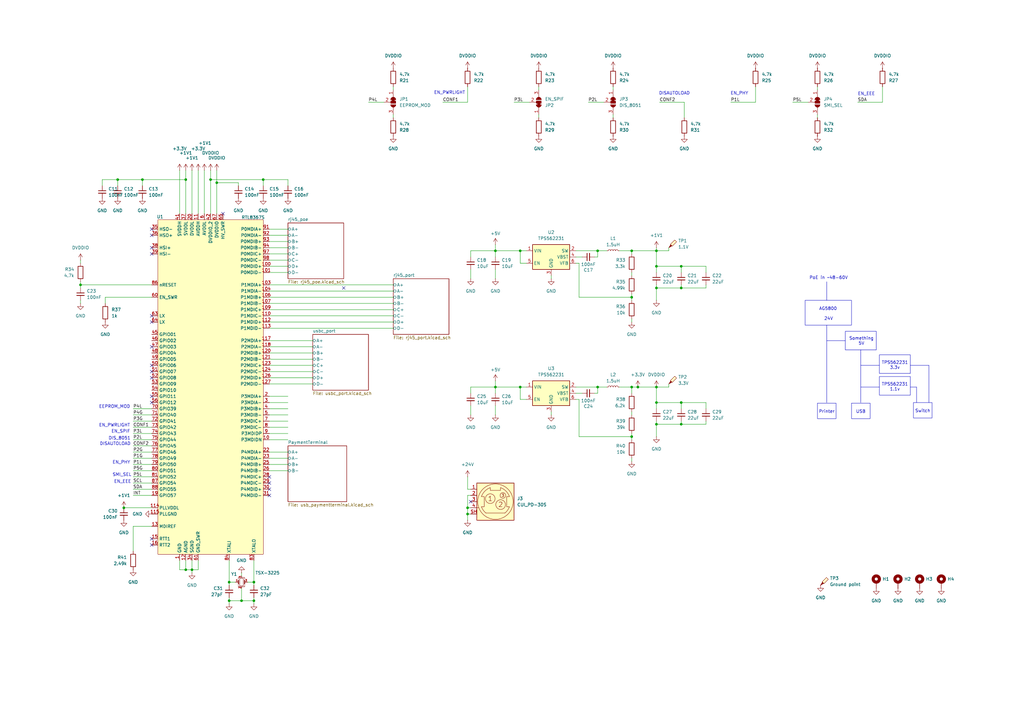
<source format=kicad_sch>
(kicad_sch (version 20250114) (generator "eeschema") (generator_version "9.0")
  (paper "A3")
  (title_block (title "5 Port gigabit switch") (rev "B") (comment 1 "MCU or Linux controllable over SMI"))
  (lib_symbols
    (symbol "Connector:CUI_PD-30S" (pin_names (offset 1.016) (hide yes))
      (property "Reference" "J" (at 0 -8.89 0))
      (property "Value" "CUI_PD-30S" (at 0 -10.795 0))
      (symbol "CUI_PD-30S_0_1"
        (text "1" (at -2.1336 1.2192 0) (effects (font (size 1.9812 1.9812))))
        (text "2" (at 2.1336 -1.2192 0) (effects (font (size 1.9812 1.9812))))
        (text "3" (at 3.048 2.54 0) (effects (font (size 1.143 1.143))))
      )
      (symbol "CUI_PD-30S_1_1"
        (pin passive line (at -10.16 5.08 0) (length 2.54) (name "1") (number "1"))
        (pin passive line (at -10.16 2.54 0) (length 2.54) (name "2") (number "2"))
        (pin passive line (at -10.16 0 0) (length 2.54) (name "3") (number "3"))
        (pin passive line (at -10.16 -2.54 0) (length 2.54) (name "Shield") (number "4"))
        (pin passive line (at -10.16 -5.08 0) (length 2.54) (name "Shield") (number "SH"))
      )
    )
    (symbol "Connector:TestPoint_Probe" (pin_numbers (hide yes)) (pin_names (offset 0.762) (hide yes))
      (property "Reference" "TP" (at 1.651 5.842 0))
      (property "Value" "TestPoint_Probe" (at 1.651 4.064 0))
      (symbol "TestPoint_Probe_1_1"
        (pin passive line (at 0 0 90) (length 0) (name "1") (number "1"))
      )
    )
    (symbol "Device:C_Small" (pin_numbers (hide yes)) (pin_names (offset 0.254) (hide yes))
      (property "Reference" "C" (at 0.254 1.778 0))
      (property "Value" "C_Small" (at 0.254 -2.032 0))
      (symbol "C_Small_1_1"
        (pin passive line (at 0 2.54 270) (length 2.032) (name "~") (number "1"))
        (pin passive line (at 0 -2.54 90) (length 2.032) (name "~") (number "2"))
      )
    )
    (symbol "Device:Crystal_GND24_Small" (pin_names (offset 1.016) (hide yes))
      (property "Reference" "Y" (at 1.27 4.445 0))
      (property "Value" "Crystal_GND24_Small" (at 1.27 2.54 0))
      (symbol "Crystal_GND24_Small_1_1"
        (pin passive line (at -2.54 0 0) (length 1.27) (name "1") (number "1"))
        (pin passive line (at 0 2.54 270) (length 0.635) (name "4") (number "4"))
        (pin passive line (at 0 -2.54 90) (length 0.635) (name "2") (number "2"))
        (pin passive line (at 2.54 0 180) (length 1.27) (name "3") (number "3"))
      )
    )
    (symbol "Device:L_Small" (pin_numbers (hide yes)) (pin_names (offset 0.254) (hide yes))
      (property "Reference" "L" (at 0.762 1.016 0))
      (property "Value" "L_Small" (at 0.762 -1.016 0))
      (symbol "L_Small_1_1"
        (pin passive line (at 0 2.54 270) (length 0.508) (name "~") (number "1"))
        (pin passive line (at 0 -2.54 90) (length 0.508) (name "~") (number "2"))
      )
    )
    (symbol "Device:R" (pin_numbers (hide yes)) (pin_names (offset 0))
      (property "Reference" "R" (at 2.032 0 90))
      (property "Value" "R" (at 0 0 90))
      (symbol "R_1_1"
        (pin passive line (at 0 3.81 270) (length 1.27) (name "~") (number "1"))
        (pin passive line (at 0 -3.81 90) (length 1.27) (name "~") (number "2"))
      )
    )
    (symbol "Jumper:SolderJumper_3_Bridged12" (pin_names (offset 0) (hide yes)) (exclude_from_sim yes) (in_bom no)
      (property "Reference" "JP" (at -2.54 -2.54 0))
      (property "Value" "SolderJumper_3_Bridged12" (at 0 2.794 0))
      (symbol "SolderJumper_3_Bridged12_1_1"
        (pin passive line (at -5.08 0 0) (length 2.54) (name "A") (number "1"))
        (pin passive line (at 0 -3.81 90) (length 2.54) (name "C") (number "2"))
        (pin passive line (at 5.08 0 180) (length 2.54) (name "B") (number "3"))
      )
    )
    (symbol "Library:RTL8367S"
      (property "Reference" "U" (at 31.496 0.762 0))
      (symbol "RTL8367S_1_1"
        (pin bidirectional line (at -2.54 -5.08 0) (length 2.54) (name "HSO-") (number "35"))
        (pin bidirectional line (at -2.54 -7.62 0) (length 2.54) (name "HSO+") (number "36"))
        (pin bidirectional line (at -2.54 -12.7 0) (length 2.54) (name "HSI+") (number "38"))
        (pin bidirectional line (at -2.54 -15.24 0) (length 2.54) (name "HSI-") (number "39"))
        (pin input line (at -2.54 -27.94 0) (length 2.54) (name "nRESET") (number "86"))
        (pin input line (at -2.54 -33.02 0) (length 2.54) (name "EN_SWR") (number "60"))
        (pin output line (at -2.54 -40.64 0) (length 2.54) (name "LX") (number "63"))
        (pin output line (at -2.54 -43.18 0) (length 2.54) (name "LX") (number "64"))
        (pin bidirectional line (at -2.54 -48.26 0) (length 2.54) (name "GPIO01") (number "45"))
        (pin bidirectional line (at -2.54 -50.8 0) (length 2.54) (name "GPIO02") (number "46"))
        (pin bidirectional line (at -2.54 -53.34 0) (length 2.54) (name "GPIO03") (number "47"))
        (pin bidirectional line (at -2.54 -55.88 0) (length 2.54) (name "GPIO04") (number "48"))
        (pin bidirectional line (at -2.54 -58.42 0) (length 2.54) (name "GPIO05") (number "49"))
        (pin bidirectional line (at -2.54 -60.96 0) (length 2.54) (name "GPIO06") (number "50"))
        (pin bidirectional line (at -2.54 -63.5 0) (length 2.54) (name "GPIO07") (number "51"))
        (pin bidirectional line (at -2.54 -66.04 0) (length 2.54) (name "GPIO08") (number "52"))
        (pin bidirectional line (at -2.54 -68.58 0) (length 2.54) (name "GPIO09") (number "53"))
        (pin bidirectional line (at -2.54 -71.12 0) (length 2.54) (name "GPIO10") (number "54"))
        (pin bidirectional line (at -2.54 -73.66 0) (length 2.54) (name "GPIO11") (number "55"))
        (pin bidirectional line (at -2.54 -76.2 0) (length 2.54) (name "GPIO12") (number "56"))
        (pin bidirectional line (at -2.54 -78.74 0) (length 2.54) (name "GPIO39") (number "70"))
        (pin bidirectional line (at -2.54 -81.28 0) (length 2.54) (name "GPIO40") (number "71"))
        (pin bidirectional line (at -2.54 -83.82 0) (length 2.54) (name "GPIO41") (number "72"))
        (pin bidirectional line (at -2.54 -86.36 0) (length 2.54) (name "GPIO42") (number "73"))
        (pin bidirectional line (at -2.54 -88.9 0) (length 2.54) (name "GPIO43") (number "74"))
        (pin bidirectional line (at -2.54 -91.44 0) (length 2.54) (name "GPIO44") (number "75"))
        (pin bidirectional line (at -2.54 -93.98 0) (length 2.54) (name "GPIO45") (number "76"))
        (pin bidirectional line (at -2.54 -96.52 0) (length 2.54) (name "GPIO46") (number "77"))
        (pin bidirectional line (at -2.54 -99.06 0) (length 2.54) (name "GPIO49") (number "78"))
        (pin bidirectional line (at -2.54 -101.6 0) (length 2.54) (name "GPIO50") (number "79"))
        (pin bidirectional line (at -2.54 -104.14 0) (length 2.54) (name "GPIO51") (number "80"))
        (pin bidirectional line (at -2.54 -106.68 0) (length 2.54) (name "GPIO52") (number "81"))
        (pin bidirectional line (at -2.54 -109.22 0) (length 2.54) (name "GPIO54") (number "87"))
        (pin bidirectional line (at -2.54 -111.76 0) (length 2.54) (name "GPIO55") (number "88"))
        (pin bidirectional line (at -2.54 -114.3 0) (length 2.54) (name "GPIO57") (number "19"))
        (pin power_in line (at -2.54 -119.38 0) (length 2.54) (name "PLLVDDL") (number "114"))
        (pin power_in line (at -2.54 -121.92 0) (length 2.54) (name "PLLGND") (number "115"))
        (pin bidirectional line (at -2.54 -127 0) (length 2.54) (name "MDIREF") (number "13"))
        (pin bidirectional line (at -2.54 -132.08 0) (length 2.54) (name "RTT1") (number "15"))
        (pin bidirectional line (at -2.54 -134.62 0) (length 2.54) (name "RTT2") (number "16"))
        (pin power_in line (at 8.89 1.27 270) (length 2.54) (name "SVDDH") (number "41"))
        (pin power_in line (at 8.89 -140.97 90) (length 2.54) (name "GND") (number "1"))
        (pin power_in line (at 8.89 -140.97 90) (length 2.54) (hide yes) (name "GND") (number "105"))
        (pin power_in line (at 8.89 -140.97 90) (length 2.54) (hide yes) (name "GND") (number "111"))
        (pin power_in line (at 8.89 -140.97 90) (length 2.54) (hide yes) (name "GND") (number "119"))
        (pin power_in line (at 8.89 -140.97 90) (length 2.54) (hide yes) (name "GND") (number "125"))
        (pin power_in line (at 8.89 -140.97 90) (length 2.54) (hide yes) (name "GND") (number "18"))
        (pin power_in line (at 8.89 -140.97 90) (length 2.54) (hide yes) (name "GND") (number "24"))
        (pin power_in line (at 8.89 -140.97 90) (length 2.54) (hide yes) (name "GND") (number "32"))
        (pin power_in line (at 8.89 -140.97 90) (length 2.54) (hide yes) (name "GND") (number "43"))
        (pin power_in line (at 8.89 -140.97 90) (length 2.54) (hide yes) (name "GND") (number "44"))
        (pin power_in line (at 8.89 -140.97 90) (length 2.54) (hide yes) (name "GND") (number "57"))
        (pin power_in line (at 8.89 -140.97 90) (length 2.54) (hide yes) (name "GND") (number "68"))
        (pin power_in line (at 8.89 -140.97 90) (length 2.54) (hide yes) (name "GND") (number "85"))
        (pin power_in line (at 8.89 -140.97 90) (length 2.54) (hide yes) (name "GND") (number "89"))
        (pin power_in line (at 8.89 -140.97 90) (length 2.54) (hide yes) (name "GND") (number "96"))
        (pin power_in line (at 8.89 -140.97 90) (length 2.54) (hide yes) (name "GND") (number "99"))
        (pin power_in line (at 11.43 1.27 270) (length 2.54) (name "SVDDL") (number "37"))
        (pin power_in line (at 11.43 -140.97 90) (length 2.54) (name "AGND") (number "12"))
        (pin power_in line (at 13.97 1.27 270) (length 2.54) (name "DVDDL") (number "20"))
        (pin power_in line (at 13.97 1.27 270) (length 2.54) (hide yes) (name "DVDDL") (number "58"))
        (pin power_in line (at 13.97 1.27 270) (length 2.54) (hide yes) (name "DVDDL") (number "69"))
        (pin power_in line (at 13.97 -140.97 90) (length 2.54) (name "SGND") (number "34"))
        (pin power_in line (at 13.97 -140.97 90) (length 2.54) (hide yes) (name "SGND") (number "40"))
        (pin power_in line (at 16.51 1.27 270) (length 2.54) (hide yes) (name "AVDDH") (number "102"))
        (pin power_in line (at 16.51 1.27 270) (length 2.54) (name "AVDDH") (number "11"))
        (pin power_in line (at 16.51 1.27 270) (length 2.54) (hide yes) (name "AVDDH") (number "116"))
        (pin power_in line (at 16.51 1.27 270) (length 2.54) (hide yes) (name "AVDDH") (number "128"))
        (pin power_in line (at 16.51 1.27 270) (length 2.54) (hide yes) (name "AVDDH") (number "17"))
        (pin power_in line (at 16.51 1.27 270) (length 2.54) (hide yes) (name "AVDDH") (number "21"))
        (pin power_in line (at 16.51 1.27 270) (length 2.54) (hide yes) (name "AVDDH") (number "33"))
        (pin power_in line (at 16.51 1.27 270) (length 2.54) (hide yes) (name "AVDDH") (number "82"))
        (pin power_in line (at 16.51 1.27 270) (length 2.54) (hide yes) (name "AVDDH") (number "90"))
        (pin power_in line (at 16.51 -140.97 90) (length 2.54) (name "GND_SWR") (number "61"))
        (pin power_in line (at 16.51 -140.97 90) (length 2.54) (hide yes) (name "GND_SWR") (number "62"))
        (pin power_in line (at 19.05 1.27 270) (length 2.54) (hide yes) (name "AVDDL") (number "108"))
        (pin power_in line (at 19.05 1.27 270) (length 2.54) (hide yes) (name "AVDDL") (number "122"))
        (pin power_in line (at 19.05 1.27 270) (length 2.54) (hide yes) (name "AVDDL") (number "14"))
        (pin power_in line (at 19.05 1.27 270) (length 2.54) (hide yes) (name "AVDDL") (number "27"))
        (pin power_in line (at 19.05 1.27 270) (length 2.54) (name "AVDDL") (number "6"))
        (pin power_in line (at 19.05 1.27 270) (length 2.54) (hide yes) (name "AVDDL") (number "95"))
        (pin power_in line (at 21.59 1.27 270) (length 2.54) (name "DVDDIO_2") (number "42"))
        (pin power_in line (at 21.59 1.27 270) (length 2.54) (hide yes) (name "DVDDIO_2") (number "59"))
        (pin power_in line (at 24.13 1.27 270) (length 2.54) (name "DVDDIO") (number "67"))
        (pin power_in line (at 26.67 1.27 270) (length 2.54) (name "HV_SWR") (number "65"))
        (pin power_in line (at 26.67 1.27 270) (length 2.54) (hide yes) (name "HV_SWR") (number "66"))
        (pin input line (at 29.21 -140.97 90) (length 2.54) (name "XTALI") (number "84"))
        (pin output line (at 39.37 -140.97 90) (length 2.54) (name "XTALO") (number "83"))
        (pin bidirectional line (at 45.72 -5.08 180) (length 2.54) (name "P0MDIA+") (number "91"))
        (pin bidirectional line (at 45.72 -7.62 180) (length 2.54) (name "P0MDIA-") (number "92"))
        (pin bidirectional line (at 45.72 -10.16 180) (length 2.54) (name "P0MDIB+") (number "93"))
        (pin bidirectional line (at 45.72 -12.7 180) (length 2.54) (name "P0MDIB-") (number "94"))
        (pin bidirectional line (at 45.72 -15.24 180) (length 2.54) (name "P0MDIC+") (number "97"))
        (pin bidirectional line (at 45.72 -17.78 180) (length 2.54) (name "P0MDIC-") (number "98"))
        (pin bidirectional line (at 45.72 -20.32 180) (length 2.54) (name "P0MDID+") (number "100"))
        (pin bidirectional line (at 45.72 -22.86 180) (length 2.54) (name "P0MDID-") (number "101"))
        (pin bidirectional line (at 45.72 -27.94 180) (length 2.54) (name "P1MDIA+") (number "103"))
        (pin bidirectional line (at 45.72 -30.48 180) (length 2.54) (name "P1MDIA-") (number "104"))
        (pin bidirectional line (at 45.72 -33.02 180) (length 2.54) (name "P1MDIB+") (number "106"))
        (pin bidirectional line (at 45.72 -35.56 180) (length 2.54) (name "P1MDIB-") (number "107"))
        (pin bidirectional line (at 45.72 -38.1 180) (length 2.54) (name "P1MDIC+") (number "109"))
        (pin bidirectional line (at 45.72 -40.64 180) (length 2.54) (name "P1MDIC-") (number "110"))
        (pin bidirectional line (at 45.72 -43.18 180) (length 2.54) (name "P1MDID+") (number "112"))
        (pin bidirectional line (at 45.72 -45.72 180) (length 2.54) (name "P1MDID-") (number "113"))
        (pin bidirectional line (at 45.72 -50.8 180) (length 2.54) (name "P2MDIA+") (number "117"))
        (pin bidirectional line (at 45.72 -53.34 180) (length 2.54) (name "P2MDIA-") (number "118"))
        (pin bidirectional line (at 45.72 -55.88 180) (length 2.54) (name "P2MDIB+") (number "120"))
        (pin bidirectional line (at 45.72 -58.42 180) (length 2.54) (name "P2MDIB-") (number "121"))
        (pin bidirectional line (at 45.72 -60.96 180) (length 2.54) (name "P2MDIC+") (number "123"))
        (pin bidirectional line (at 45.72 -63.5 180) (length 2.54) (name "P2MDIC-") (number "124"))
        (pin bidirectional line (at 45.72 -66.04 180) (length 2.54) (name "P2MDID+") (number "126"))
        (pin bidirectional line (at 45.72 -68.58 180) (length 2.54) (name "P2MDID-") (number "127"))
        (pin bidirectional line (at 45.72 -73.66 180) (length 2.54) (name "P3MDIA+") (number "2"))
        (pin bidirectional line (at 45.72 -76.2 180) (length 2.54) (name "P3MDIA-") (number "3"))
        (pin bidirectional line (at 45.72 -78.74 180) (length 2.54) (name "P3MDIB+") (number "4"))
        (pin bidirectional line (at 45.72 -81.28 180) (length 2.54) (name "P3MDIB-") (number "5"))
        (pin bidirectional line (at 45.72 -83.82 180) (length 2.54) (name "P3MDIC+") (number "7"))
        (pin bidirectional line (at 45.72 -86.36 180) (length 2.54) (name "P3MDIC-") (number "8"))
        (pin bidirectional line (at 45.72 -88.9 180) (length 2.54) (name "P3MDIDP") (number "9"))
        (pin bidirectional line (at 45.72 -91.44 180) (length 2.54) (name "P3MDIDN") (number "10"))
        (pin bidirectional line (at 45.72 -96.52 180) (length 2.54) (name "P4MDIA+") (number "22"))
        (pin bidirectional line (at 45.72 -99.06 180) (length 2.54) (name "P4MDIA-") (number "23"))
        (pin bidirectional line (at 45.72 -101.6 180) (length 2.54) (name "P4MDIB+") (number "25"))
        (pin bidirectional line (at 45.72 -104.14 180) (length 2.54) (name "P4MDIB-") (number "26"))
        (pin bidirectional line (at 45.72 -106.68 180) (length 2.54) (name "P4MDIC+") (number "28"))
        (pin bidirectional line (at 45.72 -109.22 180) (length 2.54) (name "P4MDIC-") (number "29"))
        (pin bidirectional line (at 45.72 -111.76 180) (length 2.54) (name "P4MDID+") (number "30"))
        (pin bidirectional line (at 45.72 -114.3 180) (length 2.54) (name "P4MDID-") (number "31"))
      )
    )
    (symbol "Mechanical:MountingHole_Pad" (pin_numbers (hide yes)) (pin_names (offset 1.016) (hide yes)) (exclude_from_sim yes) (in_bom no)
      (property "Reference" "H" (at 0 6.35 0))
      (property "Value" "MountingHole_Pad" (at 0 4.445 0))
      (symbol "MountingHole_Pad_1_1"
        (pin input line (at 0 -2.54 90) (length 2.54) (name "1") (number "1"))
      )
    )
    (symbol "Regulator_Switching:TPS562206"
      (property "Reference" "U" (at -7.62 6.35 0))
      (property "Value" "TPS562206" (at -2.54 6.35 0))
      (symbol "TPS562206_1_1"
        (pin power_in line (at -10.16 2.54 0) (length 2.54) (name "VIN") (number "1"))
        (pin input line (at -10.16 -2.54 0) (length 2.54) (name "EN") (number "5"))
        (pin power_in line (at 0 -7.62 90) (length 2.54) (name "GND") (number "3"))
        (pin output line (at 10.16 2.54 180) (length 2.54) (name "SW") (number "2"))
        (pin passive line (at 10.16 0 180) (length 2.54) (name "VBST") (number "4"))
        (pin input line (at 10.16 -2.54 180) (length 2.54) (name "VFB") (number "6"))
      )
    )
    (symbol "power:+1V1" (power) (pin_numbers (hide yes)) (pin_names (offset 0) (hide yes))
      (property "Value" "+1V1" (at 0 3.556 0))
      (symbol "+1V1_1_1"
        (pin power_in line (at 0 0 90) (length 0) (name "~") (number "1"))
      )
    )
    (symbol "power:+24V" (power) (pin_numbers (hide yes)) (pin_names (offset 0) (hide yes))
      (property "Value" "+24V" (at 0 3.556 0))
      (symbol "+24V_1_1"
        (pin power_in line (at 0 0 90) (length 0) (name "~") (number "1"))
      )
    )
    (symbol "power:+3.3V" (power) (pin_numbers (hide yes)) (pin_names (offset 0) (hide yes))
      (property "Value" "+3.3V" (at 0 3.556 0))
      (symbol "+3.3V_1_1"
        (pin power_in line (at 0 0 90) (length 0) (name "~") (number "1"))
      )
    )
    (symbol "power:+5V" (power) (pin_numbers (hide yes)) (pin_names (offset 0) (hide yes))
      (property "Value" "+5V" (at 0 3.556 0))
      (symbol "+5V_1_1"
        (pin power_in line (at 0 0 90) (length 0) (name "~") (number "1"))
      )
    )
    (symbol "power:GND" (power) (pin_numbers (hide yes)) (pin_names (offset 0) (hide yes))
      (property "Value" "GND" (at 0 -3.81 0))
      (symbol "GND_1_1"
        (pin power_in line (at 0 0 270) (length 0) (name "~") (number "1"))
      )
    )
    (symbol "power:VBUS" (power) (pin_numbers (hide yes)) (pin_names (offset 0) (hide yes))
      (property "Value" "VBUS" (at 0 3.556 0))
      (symbol "VBUS_1_1"
        (pin power_in line (at 0 0 90) (length 0) (name "~") (number "1"))
      )
    )
  )
  (rectangle (start 335.28 165.354) (end 342.9 171.704))
  (rectangle (start 360.68 154.432) (end 373.38 162.052))
  (rectangle (start 360.68 145.542) (end 373.38 153.162))
  (rectangle (start 330.2 123.19) (end 349.25 133.35))
  (rectangle (start 374.65 165.1) (end 382.27 171.45))
  (rectangle (start 349.25 165.354) (end 356.87 171.704))
  (rectangle (start 346.71 135.89) (end 359.41 143.51))
  (text "AG5800" (at 339.598 126.746 0) (effects (font (size 1.27 1.27))))
  (text "DISAUTOLOAD" (at 47.244 182.118 0) (effects (font (size 1.27 1.27))))
  (text "Printer" (at 339.09 168.91 0) (effects (font (size 1.27 1.27))))
  (text "Something\n5V" (at 353.314 139.954 0) (effects (font (size 1.27 1.27))))
  (text "PoE in ~48-60V" (at 339.852 114.046 0) (effects (font (size 1.27 1.27))))
  (text "USB" (at 353.06 168.91 0) (effects (font (size 1.27 1.27))))
  (text "EN_SPIF" (at 49.53 177.038 0) (effects (font (size 1.27 1.27))))
  (text "DIS_8051" (at 49.022 179.832 0) (effects (font (size 1.27 1.27))))
  (text "EN_PHY" (at 49.784 189.738 0) (effects (font (size 1.27 1.27))))
  (text "EN_PHY" (at 303.276 38.354 0) (effects (font (size 1.27 1.27))))
  (text "EN_EEE" (at 50.292 197.612 0) (effects (font (size 1.27 1.27))))
  (text "EN_PWRLIGHT" (at 46.99 174.498 0) (effects (font (size 1.27 1.27))))
  (text "TPS562231\n1.1v" (at 367.03 158.75 0) (effects (font (size 1.27 1.27))))
  (text "EN_PWRLIGHT" (at 184.404 38.1 0) (effects (font (size 1.27 1.27))))
  (text "DISAUTOLOAD" (at 276.606 38.354 0) (effects (font (size 1.27 1.27))))
  (text "EN_EEE" (at 355.346 38.608 0) (effects (font (size 1.27 1.27))))
  (text "Switch" (at 378.46 168.656 0) (effects (font (size 1.27 1.27))))
  (text "SMI_SEL" (at 50.038 194.818 0) (effects (font (size 1.27 1.27))))
  (text "TPS562231\n3.3v" (at 367.03 149.86 0) (effects (font (size 1.27 1.27))))
  (text "EEPROM_MOD" (at 46.99 166.878 0) (effects (font (size 1.27 1.27))))
  (text "24V" (at 339.852 130.81 0) (effects (font (size 1.27 1.27))))
  (junction (at 259.08 158.75))
  (junction (at 269.24 118.11))
  (junction (at 203.2 158.75))
  (junction (at 86.36 73.66))
  (junction (at 104.14 246.38))
  (junction (at 259.08 121.92))
  (junction (at 259.08 179.07))
  (junction (at 191.77 210.82))
  (junction (at 107.95 73.66))
  (junction (at 78.74 233.68))
  (junction (at 245.11 158.75))
  (junction (at 58.42 73.66))
  (junction (at 269.24 173.99))
  (junction (at 279.4 165.1))
  (junction (at 269.24 102.87))
  (junction (at 76.2 73.66))
  (junction (at 50.8 208.28))
  (junction (at 104.14 238.76))
  (junction (at 213.36 102.87))
  (junction (at 191.77 208.28))
  (junction (at 261.62 158.75))
  (junction (at 259.08 102.87))
  (junction (at 99.06 246.38))
  (junction (at 93.98 238.76))
  (junction (at 48.26 73.66))
  (junction (at 279.4 173.99))
  (junction (at 88.9 74.93))
  (junction (at 213.36 158.75))
  (junction (at 93.98 246.38))
  (junction (at 279.4 109.22))
  (junction (at 269.24 165.1))
  (junction (at 279.4 118.11))
  (junction (at 203.2 102.87))
  (junction (at 245.11 102.87))
  (junction (at 269.24 158.75))
  (junction (at 76.2 233.68))
  (junction (at 269.24 109.22))
  (junction (at 33.02 116.84))
  (no_connect (at 62.23 165.1))
  (no_connect (at 62.23 149.86))
  (no_connect (at 62.23 223.52))
  (no_connect (at 62.23 93.98))
  (no_connect (at 62.23 132.08))
  (no_connect (at 62.23 129.54))
  (no_connect (at 62.23 101.6))
  (no_connect (at 62.23 96.52))
  (no_connect (at 62.23 142.24))
  (no_connect (at 91.44 87.63))
  (no_connect (at 62.23 104.14))
  (no_connect (at 62.23 220.98))
  (no_connect (at 140.97 118.11))
  (no_connect (at 62.23 162.56))
  (no_connect (at 193.04 205.74))
  (no_connect (at 62.23 154.94))
  (no_connect (at 110.49 203.2))
  (no_connect (at 62.23 152.4))
  (no_connect (at 110.49 200.66))
  (no_connect (at 110.49 195.58))
  (no_connect (at 110.49 198.12))
  (wire (pts (xy 54.61 187.96) (xy 62.23 187.96)))
  (polyline (pts (xy 353.06 149.86) (xy 360.68 149.86)))
  (wire (pts (xy 110.49 101.6) (xy 118.11 101.6)))
  (wire (pts (xy 279.4 118.11) (xy 289.56 118.11)))
  (wire (pts (xy 110.49 157.48) (xy 128.27 157.48)))
  (wire (pts (xy 73.66 233.68) (xy 76.2 233.68)))
  (wire (pts (xy 151.13 41.91) (xy 157.48 41.91)))
  (wire (pts (xy 269.24 102.87) (xy 269.24 109.22)))
  (wire (pts (xy 361.95 35.56) (xy 361.95 41.91)))
  (wire (pts (xy 279.4 172.72) (xy 279.4 173.99)))
  (polyline (pts (xy 353.06 143.51) (xy 353.06 165.1)))
  (wire (pts (xy 269.24 118.11) (xy 279.4 118.11)))
  (wire (pts (xy 107.95 73.66) (xy 107.95 76.2)))
  (wire (pts (xy 279.4 109.22) (xy 279.4 111.76)))
  (wire (pts (xy 237.49 121.92) (xy 237.49 107.95)))
  (wire (pts (xy 54.61 200.66) (xy 62.23 200.66)))
  (wire (pts (xy 78.74 233.68) (xy 81.28 233.68)))
  (wire (pts (xy 93.98 238.76) (xy 96.52 238.76)))
  (wire (pts (xy 191.77 195.58) (xy 191.77 200.66)))
  (wire (pts (xy 254 158.75) (xy 259.08 158.75)))
  (wire (pts (xy 269.24 102.87) (xy 274.32 102.87)))
  (wire (pts (xy 33.02 106.68) (xy 33.02 107.95)))
  (wire (pts (xy 54.61 185.42) (xy 62.23 185.42)))
  (wire (pts (xy 78.74 233.68) (xy 78.74 234.95)))
  (wire (pts (xy 279.4 173.99) (xy 289.56 173.99)))
  (wire (pts (xy 107.95 73.66) (xy 118.11 73.66)))
  (wire (pts (xy 76.2 73.66) (xy 76.2 87.63)))
  (wire (pts (xy 48.26 73.66) (xy 48.26 76.2)))
  (wire (pts (xy 335.28 35.56) (xy 335.28 36.83)))
  (wire (pts (xy 50.8 208.28) (xy 62.23 208.28)))
  (wire (pts (xy 110.49 185.42) (xy 118.11 185.42)))
  (wire (pts (xy 110.49 139.7) (xy 128.27 139.7)))
  (wire (pts (xy 110.49 152.4) (xy 128.27 152.4)))
  (wire (pts (xy 110.49 170.18) (xy 118.11 170.18)))
  (wire (pts (xy 161.29 35.56) (xy 161.29 36.83)))
  (wire (pts (xy 236.22 105.41) (xy 238.76 105.41)))
  (wire (pts (xy 58.42 73.66) (xy 58.42 76.2)))
  (wire (pts (xy 269.24 101.6) (xy 269.24 102.87)))
  (wire (pts (xy 110.49 119.38) (xy 161.29 119.38)))
  (wire (pts (xy 110.49 134.62) (xy 161.29 134.62)))
  (wire (pts (xy 191.77 203.2) (xy 191.77 208.28)))
  (wire (pts (xy 248.92 158.75) (xy 245.11 158.75)))
  (wire (pts (xy 251.46 35.56) (xy 251.46 36.83)))
  (wire (pts (xy 274.32 101.6) (xy 274.32 102.87)))
  (wire (pts (xy 259.08 179.07) (xy 259.08 180.34)))
  (wire (pts (xy 213.36 158.75) (xy 213.36 163.83)))
  (wire (pts (xy 270.51 41.91) (xy 280.67 41.91)))
  (wire (pts (xy 104.14 246.38) (xy 104.14 245.11)))
  (wire (pts (xy 93.98 240.03) (xy 93.98 238.76)))
  (wire (pts (xy 54.61 190.5) (xy 62.23 190.5)))
  (wire (pts (xy 110.49 193.04) (xy 118.11 193.04)))
  (wire (pts (xy 203.2 102.87) (xy 203.2 105.41)))
  (wire (pts (xy 54.61 180.34) (xy 62.23 180.34)))
  (polyline (pts (xy 339.09 139.7) (xy 346.71 139.7)))
  (wire (pts (xy 110.49 177.8) (xy 118.11 177.8)))
  (wire (pts (xy 41.91 73.66) (xy 41.91 76.2)))
  (polyline (pts (xy 375.92 165.1) (xy 375.92 158.75)))
  (wire (pts (xy 203.2 102.87) (xy 213.36 102.87)))
  (wire (pts (xy 110.49 142.24) (xy 128.27 142.24)))
  (wire (pts (xy 269.24 173.99) (xy 279.4 173.99)))
  (wire (pts (xy 110.49 116.84) (xy 161.29 116.84)))
  (wire (pts (xy 54.61 177.8) (xy 62.23 177.8)))
  (wire (pts (xy 289.56 116.84) (xy 289.56 118.11)))
  (wire (pts (xy 259.08 102.87) (xy 259.08 104.14)))
  (wire (pts (xy 99.06 241.3) (xy 99.06 246.38)))
  (wire (pts (xy 110.49 124.46) (xy 161.29 124.46)))
  (wire (pts (xy 110.49 109.22) (xy 118.11 109.22)))
  (wire (pts (xy 54.61 193.04) (xy 62.23 193.04)))
  (wire (pts (xy 110.49 165.1) (xy 118.11 165.1)))
  (wire (pts (xy 41.91 73.66) (xy 48.26 73.66)))
  (wire (pts (xy 193.04 102.87) (xy 203.2 102.87)))
  (wire (pts (xy 248.92 102.87) (xy 245.11 102.87)))
  (wire (pts (xy 279.4 165.1) (xy 289.56 165.1)))
  (polyline (pts (xy 381 165.1) (xy 381 149.86)))
  (wire (pts (xy 213.36 102.87) (xy 213.36 107.95)))
  (wire (pts (xy 86.36 73.66) (xy 107.95 73.66)))
  (wire (pts (xy 220.98 46.99) (xy 220.98 48.26)))
  (wire (pts (xy 97.79 74.93) (xy 97.79 76.2)))
  (wire (pts (xy 110.49 144.78) (xy 128.27 144.78)))
  (wire (pts (xy 299.72 41.91) (xy 309.88 41.91)))
  (wire (pts (xy 110.49 190.5) (xy 118.11 190.5)))
  (wire (pts (xy 236.22 158.75) (xy 245.11 158.75)))
  (wire (pts (xy 259.08 168.91) (xy 259.08 170.18)))
  (wire (pts (xy 280.67 41.91) (xy 280.67 48.26)))
  (polyline (pts (xy 373.38 149.86) (xy 381 149.86)))
  (wire (pts (xy 99.06 246.38) (xy 104.14 246.38)))
  (wire (pts (xy 213.36 102.87) (xy 215.9 102.87)))
  (wire (pts (xy 269.24 165.1) (xy 269.24 167.64)))
  (wire (pts (xy 54.61 215.9) (xy 54.61 226.06)))
  (wire (pts (xy 245.11 102.87) (xy 245.11 105.41)))
  (wire (pts (xy 78.74 229.87) (xy 78.74 233.68)))
  (wire (pts (xy 210.82 41.91) (xy 217.17 41.91)))
  (wire (pts (xy 279.4 116.84) (xy 279.4 118.11)))
  (wire (pts (xy 81.28 69.85) (xy 81.28 87.63)))
  (wire (pts (xy 237.49 163.83) (xy 237.49 179.07)))
  (wire (pts (xy 259.08 102.87) (xy 269.24 102.87)))
  (wire (pts (xy 81.28 233.68) (xy 81.28 229.87)))
  (wire (pts (xy 110.49 187.96) (xy 118.11 187.96)))
  (wire (pts (xy 259.08 111.76) (xy 259.08 113.03)))
  (wire (pts (xy 245.11 105.41) (xy 243.84 105.41)))
  (wire (pts (xy 110.49 93.98) (xy 118.11 93.98)))
  (wire (pts (xy 76.2 233.68) (xy 78.74 233.68)))
  (polyline (pts (xy 353.06 158.75) (xy 360.68 158.75)))
  (wire (pts (xy 213.36 163.83) (xy 215.9 163.83)))
  (wire (pts (xy 203.2 158.75) (xy 203.2 161.29)))
  (wire (pts (xy 54.61 167.64) (xy 62.23 167.64)))
  (wire (pts (xy 237.49 163.83) (xy 236.22 163.83)))
  (wire (pts (xy 289.56 165.1) (xy 289.56 167.64)))
  (wire (pts (xy 88.9 74.93) (xy 97.79 74.93)))
  (wire (pts (xy 110.49 129.54) (xy 161.29 129.54)))
  (wire (pts (xy 54.61 198.12) (xy 62.23 198.12)))
  (wire (pts (xy 213.36 107.95) (xy 215.9 107.95)))
  (wire (pts (xy 226.06 170.18) (xy 226.06 168.91)))
  (wire (pts (xy 110.49 154.94) (xy 128.27 154.94)))
  (wire (pts (xy 191.77 208.28) (xy 191.77 210.82)))
  (wire (pts (xy 193.04 200.66) (xy 191.77 200.66)))
  (wire (pts (xy 259.08 189.23) (xy 259.08 187.96)))
  (wire (pts (xy 203.2 166.37) (xy 203.2 170.18)))
  (wire (pts (xy 220.98 35.56) (xy 220.98 36.83)))
  (wire (pts (xy 73.66 69.85) (xy 73.66 87.63)))
  (wire (pts (xy 259.08 120.65) (xy 259.08 121.92)))
  (wire (pts (xy 237.49 107.95) (xy 236.22 107.95)))
  (wire (pts (xy 269.24 158.75) (xy 269.24 165.1)))
  (wire (pts (xy 110.49 106.68) (xy 118.11 106.68)))
  (wire (pts (xy 279.4 109.22) (xy 289.56 109.22)))
  (wire (pts (xy 251.46 46.99) (xy 251.46 48.26)))
  (wire (pts (xy 259.08 158.75) (xy 259.08 161.29)))
  (polyline (pts (xy 339.09 133.35) (xy 339.09 165.1)))
  (wire (pts (xy 54.61 182.88) (xy 62.23 182.88)))
  (wire (pts (xy 191.77 35.56) (xy 191.77 41.91)))
  (wire (pts (xy 43.18 121.92) (xy 62.23 121.92)))
  (wire (pts (xy 93.98 246.38) (xy 93.98 245.11)))
  (wire (pts (xy 104.14 229.87) (xy 104.14 238.76)))
  (wire (pts (xy 191.77 210.82) (xy 193.04 210.82)))
  (wire (pts (xy 269.24 158.75) (xy 274.32 158.75)))
  (wire (pts (xy 269.24 109.22) (xy 279.4 109.22)))
  (wire (pts (xy 193.04 102.87) (xy 193.04 105.41)))
  (wire (pts (xy 73.66 229.87) (xy 73.66 233.68)))
  (wire (pts (xy 76.2 69.85) (xy 76.2 73.66)))
  (wire (pts (xy 236.22 102.87) (xy 245.11 102.87)))
  (wire (pts (xy 203.2 158.75) (xy 213.36 158.75)))
  (wire (pts (xy 110.49 175.26) (xy 118.11 175.26)))
  (wire (pts (xy 269.24 118.11) (xy 269.24 116.84)))
  (wire (pts (xy 237.49 179.07) (xy 259.08 179.07)))
  (wire (pts (xy 54.61 175.26) (xy 62.23 175.26)))
  (wire (pts (xy 245.11 158.75) (xy 245.11 161.29)))
  (wire (pts (xy 110.49 147.32) (xy 128.27 147.32)))
  (wire (pts (xy 86.36 69.85) (xy 86.36 73.66)))
  (wire (pts (xy 110.49 121.92) (xy 161.29 121.92)))
  (wire (pts (xy 76.2 229.87) (xy 76.2 233.68)))
  (wire (pts (xy 110.49 172.72) (xy 118.11 172.72)))
  (wire (pts (xy 88.9 74.93) (xy 88.9 87.63)))
  (wire (pts (xy 86.36 73.66) (xy 86.36 87.63)))
  (wire (pts (xy 93.98 229.87) (xy 93.98 238.76)))
  (wire (pts (xy 309.88 35.56) (xy 309.88 41.91)))
  (polyline (pts (xy 339.09 115.57) (xy 339.09 123.19)))
  (wire (pts (xy 110.49 96.52) (xy 118.11 96.52)))
  (wire (pts (xy 99.06 234.95) (xy 99.06 236.22)))
  (wire (pts (xy 279.4 165.1) (xy 279.4 167.64)))
  (wire (pts (xy 193.04 170.18) (xy 193.04 166.37)))
  (wire (pts (xy 161.29 46.99) (xy 161.29 48.26)))
  (wire (pts (xy 54.61 203.2) (xy 62.23 203.2)))
  (wire (pts (xy 33.02 116.84) (xy 62.23 116.84)))
  (wire (pts (xy 203.2 100.33) (xy 203.2 102.87)))
  (wire (pts (xy 58.42 73.66) (xy 76.2 73.66)))
  (wire (pts (xy 33.02 115.57) (xy 33.02 116.84)))
  (wire (pts (xy 193.04 158.75) (xy 203.2 158.75)))
  (wire (pts (xy 259.08 132.08) (xy 259.08 130.81)))
  (wire (pts (xy 289.56 172.72) (xy 289.56 173.99)))
  (wire (pts (xy 110.49 149.86) (xy 128.27 149.86)))
  (wire (pts (xy 54.61 172.72) (xy 62.23 172.72)))
  (wire (pts (xy 110.49 162.56) (xy 118.11 162.56)))
  (wire (pts (xy 261.62 158.75) (xy 269.24 158.75)))
  (wire (pts (xy 54.61 195.58) (xy 62.23 195.58)))
  (wire (pts (xy 259.08 177.8) (xy 259.08 179.07)))
  (wire (pts (xy 259.08 121.92) (xy 259.08 123.19)))
  (wire (pts (xy 237.49 121.92) (xy 259.08 121.92)))
  (wire (pts (xy 181.61 41.91) (xy 191.77 41.91)))
  (wire (pts (xy 33.02 116.84) (xy 33.02 118.11)))
  (wire (pts (xy 83.82 69.85) (xy 83.82 87.63)))
  (wire (pts (xy 203.2 156.21) (xy 203.2 158.75)))
  (wire (pts (xy 110.49 104.14) (xy 118.11 104.14)))
  (wire (pts (xy 78.74 69.85) (xy 78.74 87.63)))
  (wire (pts (xy 93.98 247.65) (xy 93.98 246.38)))
  (wire (pts (xy 99.06 246.38) (xy 93.98 246.38)))
  (wire (pts (xy 289.56 109.22) (xy 289.56 111.76)))
  (wire (pts (xy 193.04 203.2) (xy 191.77 203.2)))
  (wire (pts (xy 88.9 69.85) (xy 88.9 74.93)))
  (wire (pts (xy 54.61 215.9) (xy 62.23 215.9)))
  (wire (pts (xy 245.11 161.29) (xy 243.84 161.29)))
  (wire (pts (xy 48.26 73.66) (xy 58.42 73.66)))
  (wire (pts (xy 213.36 158.75) (xy 215.9 158.75)))
  (wire (pts (xy 110.49 180.34) (xy 118.11 180.34)))
  (wire (pts (xy 43.18 121.92) (xy 43.18 124.46)))
  (wire (pts (xy 269.24 109.22) (xy 269.24 111.76)))
  (wire (pts (xy 269.24 123.19) (xy 269.24 118.11)))
  (wire (pts (xy 110.49 99.06) (xy 118.11 99.06)))
  (wire (pts (xy 118.11 73.66) (xy 118.11 76.2)))
  (wire (pts (xy 351.79 41.91) (xy 361.95 41.91)))
  (wire (pts (xy 110.49 127) (xy 161.29 127)))
  (wire (pts (xy 269.24 179.07) (xy 269.24 173.99)))
  (wire (pts (xy 269.24 165.1) (xy 279.4 165.1)))
  (polyline (pts (xy 373.38 158.75) (xy 375.92 158.75)))
  (wire (pts (xy 241.3 41.91) (xy 247.65 41.91)))
  (wire (pts (xy 104.14 238.76) (xy 104.14 240.03)))
  (wire (pts (xy 325.12 41.91) (xy 331.47 41.91)))
  (wire (pts (xy 110.49 132.08) (xy 161.29 132.08)))
  (wire (pts (xy 110.49 111.76) (xy 118.11 111.76)))
  (wire (pts (xy 33.02 124.46) (xy 33.02 123.19)))
  (wire (pts (xy 101.6 238.76) (xy 104.14 238.76)))
  (wire (pts (xy 335.28 46.99) (xy 335.28 48.26)))
  (wire (pts (xy 274.32 157.48) (xy 274.32 158.75)))
  (wire (pts (xy 193.04 158.75) (xy 193.04 161.29)))
  (wire (pts (xy 193.04 208.28) (xy 191.77 208.28)))
  (wire (pts (xy 236.22 161.29) (xy 238.76 161.29)))
  (wire (pts (xy 269.24 173.99) (xy 269.24 172.72)))
  (wire (pts (xy 54.61 170.18) (xy 62.23 170.18)))
  (wire (pts (xy 203.2 110.49) (xy 203.2 114.3)))
  (wire (pts (xy 259.08 158.75) (xy 261.62 158.75)))
  (wire (pts (xy 104.14 247.65) (xy 104.14 246.38)))
  (wire (pts (xy 193.04 114.3) (xy 193.04 110.49)))
  (wire (pts (xy 226.06 114.3) (xy 226.06 113.03)))
  (wire (pts (xy 254 102.87) (xy 259.08 102.87)))
  (wire (pts (xy 191.77 210.82) (xy 191.77 213.36)))
  (wire (pts (xy 110.49 167.64) (xy 118.11 167.64)))
  (label "P5G" (at 54.61 193.04 0))
  (label "P4L" (at 54.61 167.64 0))
  (label "P3G" (at 54.61 172.72 0))
  (label "P4G" (at 54.61 170.18 0))
  (label "P3L" (at 210.82 41.91 0))
  (label "P2G" (at 54.61 185.42 0))
  (label "P5L" (at 325.12 41.91 0))
  (label "P2L" (at 241.3 41.91 0))
  (label "SDA" (at 54.61 200.66 0))
  (label "CONF2" (at 54.61 182.88 0))
  (label "P1L" (at 54.61 190.5 0))
  (label "P4L" (at 151.13 41.91 0))
  (label "P1G" (at 54.61 187.96 0))
  (label "P3L" (at 54.61 177.8 0))
  (label "CONF2" (at 270.51 41.91 0))
  (label "P2L" (at 54.61 180.34 0))
  (label "CONF1" (at 54.61 175.26 0))
  (label "INT" (at 54.61 203.2 0))
  (label "CONF1" (at 181.61 41.91 0))
  (label "P1L" (at 299.72 41.91 0))
  (label "SCL" (at 54.61 198.12 0))
  (label "SDA" (at 351.79 41.91 0))
  (label "P5L" (at 54.61 195.58 0))
  (symbol (lib_id "Device:C_Small") (at 33.02 120.65 0) (unit 1)
    (property "Reference" "C23" (at 35.56 119.3862 0) (effects (justify left)))
    (property "Value" "100nF" (at 35.56 121.9262 0) (effects (justify left)))
    (property "Footprint" "Capacitor_SMD:C_0603_1608Metric" (effects (hide yes)))
    (property "Description" "Unpolarized capacitor, small symbol" (effects (hide yes)))
    (property "LCSC" "C14663" (effects (hide yes)))
    (property "Part" "C 100nF 16V 0603" (effects (hide yes)))
    (property "Shop" "https://store.comet.bg/Catalogue/Product/38000/" (effects (hide yes)))
  )
  (symbol (lib_id "Device:C_Small") (at 279.4 114.3 0) (unit 1)
    (property "Reference" "C21" (at 281.94 113.0362 0) (effects (justify left)))
    (property "Value" "22uF" (at 281.94 115.5762 0) (effects (justify left)))
    (property "Footprint" "Capacitor_SMD:C_0603_1608Metric_Pad1.08x0.95mm_HandSolder" (effects (hide yes)))
    (property "Description" "Unpolarized capacitor, small symbol" (effects (hide yes)))
    (property "MPN" "885012206126" (effects (hide yes)))
    (property "LCSC" "C59461" (effects (hide yes)))
    (property "Part" "C 22μF 6.3V 0603" (effects (hide yes)))
    (property "Shop" "https://store.comet.bg/Catalogue/Product/50230/" (effects (hide yes)))
  )
  (symbol (lib_id "power:+1V1") (at 50.8 208.28 0) (unit 1)
    (property "Reference" "#PWR054" (effects (hide yes)))
    (property "Value" "+1V1" (at 50.8 203.2 0))
    (property "Description" "Power symbol creates a global label with name \"+1V1\"" (effects (hide yes)))
  )
  (symbol (lib_id "Device:R") (at 335.28 52.07 0) (mirror x) (unit 1)
    (property "Reference" "R32" (at 337.82 53.3401 0) (effects (justify left)))
    (property "Value" "4.7k" (at 337.82 50.8001 0) (effects (justify left)))
    (property "Footprint" "Resistor_SMD:R_0603_1608Metric" (effects (hide yes)))
    (property "Description" "Resistor" (effects (hide yes)))
    (property "LCSC" "C23162" (effects (hide yes)))
    (property "Part" "R 4.7kΩ 125mW 1% 0603" (effects (hide yes)))
    (property "Shop" "https://store.comet.bg/Catalogue/Product/4411/" (effects (hide yes)))
  )
  (symbol (lib_id "Device:R") (at 220.98 52.07 0) (mirror x) (unit 1)
    (property "Reference" "R29" (at 223.52 53.3401 0) (effects (justify left)))
    (property "Value" "4.7k" (at 223.52 50.8001 0) (effects (justify left)))
    (property "Footprint" "Resistor_SMD:R_0603_1608Metric" (effects (hide yes)))
    (property "Description" "Resistor" (effects (hide yes)))
    (property "LCSC" "C23162" (effects (hide yes)))
    (property "Part" "R 4.7kΩ 125mW 1% 0603" (effects (hide yes)))
    (property "Shop" "https://store.comet.bg/Catalogue/Product/4411/" (effects (hide yes)))
  )
  (symbol (lib_id "Mechanical:MountingHole_Pad") (at 386.08 238.76 0) (unit 1) (exclude_from_sim yes) (in_bom no)
    (property "Reference" "H4" (at 388.62 237.4899 0) (effects (justify left)))
    (property "Value" "MountingHole_Pad" (effects (hide yes)))
    (property "Footprint" "MountingHole:MountingHole_3.2mm_M3_Pad_Via" (effects (hide yes)))
    (property "Description" "Mounting Hole with connection" (effects (hide yes)))
  )
  (symbol (lib_id "power:VBUS") (at 361.95 27.94 0) (unit 1)
    (property "Reference" "#PWR017" (effects (hide yes)))
    (property "Value" "DVDDIO" (at 361.95 22.86 0))
    (property "Description" "Power symbol creates a global label with name \"VBUS\"" (effects (hide yes)))
  )
  (symbol (lib_id "Device:R") (at 54.61 229.87 0) (mirror y) (unit 1)
    (property "Reference" "R41" (at 52.07 228.5999 0) (effects (justify left)))
    (property "Value" "2.49k" (at 52.07 231.1399 0) (effects (justify left)))
    (property "Footprint" "Resistor_SMD:R_0402_1005Metric" (effects (hide yes)))
    (property "Description" "Resistor" (effects (hide yes)))
    (property "LCSC" "C145071" (effects (hide yes)))
    (property "Part" "R 2.49kΩ 125mW 1% 0402" (effects (hide yes)))
    (property "Shop" "https://www.tme.eu/lv/en/details/rc0402fr-072k49l/smd-resistors/yageo/" (effects (hide yes)))
  )
  (symbol (lib_id "power:GND") (at 62.23 210.82 270) (unit 1)
    (property "Reference" "#PWR056" (effects (hide yes)))
    (property "Value" "GND" (at 58.42 210.8199 90) (effects (justify right)))
    (property "Description" "Power symbol creates a global label with name \"GND\" , ground" (effects (hide yes)))
  )
  (symbol (lib_id "power:GND") (at 99.06 234.95 180) (unit 1)
    (property "Reference" "#PWR061" (effects (hide yes)))
    (property "Value" "GND" (at 99.06 229.87 0))
    (property "Description" "Power symbol creates a global label with name \"GND\" , ground" (effects (hide yes)))
  )
  (symbol (lib_id "power:VBUS") (at 251.46 27.94 0) (unit 1)
    (property "Reference" "#PWR014" (effects (hide yes)))
    (property "Value" "DVDDIO" (at 251.46 22.86 0))
    (property "Description" "Power symbol creates a global label with name \"VBUS\"" (effects (hide yes)))
  )
  (symbol (lib_id "power:GND") (at 43.18 132.08 0) (unit 1)
    (property "Reference" "#PWR044" (effects (hide yes)))
    (property "Value" "GND" (at 43.18 137.16 0))
    (property "Description" "Power symbol creates a global label with name \"GND\" , ground" (effects (hide yes)))
  )
  (symbol (lib_id "Device:C_Small") (at 50.8 210.82 0) (mirror y) (unit 1)
    (property "Reference" "C30" (at 48.26 209.5562 0) (effects (justify left)))
    (property "Value" "100nF" (at 48.26 212.0962 0) (effects (justify left)))
    (property "Footprint" "Capacitor_SMD:C_0603_1608Metric" (effects (hide yes)))
    (property "Description" "Unpolarized capacitor, small symbol" (effects (hide yes)))
    (property "LCSC" "C14663" (effects (hide yes)))
    (property "Part" "C 100nF 16V 0603" (effects (hide yes)))
    (property "Shop" "https://store.comet.bg/Catalogue/Product/38000/" (effects (hide yes)))
  )
  (symbol (lib_id "Device:C_Small") (at 269.24 114.3 0) (unit 1)
    (property "Reference" "C20" (at 271.78 113.0362 0) (effects (justify left)))
    (property "Value" "22uF" (at 271.78 115.5762 0) (effects (justify left)))
    (property "Footprint" "Capacitor_SMD:C_0603_1608Metric_Pad1.08x0.95mm_HandSolder" (effects (hide yes)))
    (property "Description" "Unpolarized capacitor, small symbol" (effects (hide yes)))
    (property "MPN" "885012206126" (effects (hide yes)))
    (property "LCSC" "C59461" (effects (hide yes)))
    (property "Part" "C 22μF 6.3V 0603" (effects (hide yes)))
    (property "Shop" "https://store.comet.bg/Catalogue/Product/50230/" (effects (hide yes)))
  )
  (symbol (lib_id "power:+1V1") (at 76.2 69.85 0) (unit 1)
    (property "Reference" "#PWR024" (effects (hide yes)))
    (property "Value" "+1V1" (at 76.2 62.738 0))
    (property "Description" "Power symbol creates a global label with name \"+1V1\"" (effects (hide yes)))
  )
  (symbol (lib_id "power:GND") (at 203.2 170.18 0) (unit 1)
    (property "Reference" "#PWR050" (effects (hide yes)))
    (property "Value" "GND" (at 203.2 175.26 0))
    (property "Description" "Power symbol creates a global label with name \"GND\" , ground" (effects (hide yes)))
  )
  (symbol (lib_id "Device:R") (at 280.67 52.07 0) (mirror x) (unit 1)
    (property "Reference" "R31" (at 283.21 53.3401 0) (effects (justify left)))
    (property "Value" "4.7k" (at 283.21 50.8001 0) (effects (justify left)))
    (property "Footprint" "Resistor_SMD:R_0603_1608Metric" (effects (hide yes)))
    (property "Description" "Resistor" (effects (hide yes)))
    (property "LCSC" "C23162" (effects (hide yes)))
    (property "Part" "R 4.7kΩ 125mW 1% 0603" (effects (hide yes)))
    (property "Shop" "https://store.comet.bg/Catalogue/Product/4411/" (effects (hide yes)))
  )
  (symbol (lib_id "Device:C_Small") (at 241.3 105.41 90) (unit 1)
    (property "Reference" "C17" (at 241.3 110.744 90))
    (property "Value" "100nF" (at 241.3 108.458 90))
    (property "Footprint" "Capacitor_SMD:C_0603_1608Metric_Pad1.08x0.95mm_HandSolder" (effects (hide yes)))
    (property "Description" "Unpolarized capacitor, small symbol" (effects (hide yes)))
    (property "MPN" "885012206126" (effects (hide yes)))
    (property "LCSC" "C14663" (effects (hide yes)))
    (property "Part" "C 100nF 16V 0603" (effects (hide yes)))
    (property "Shop" "https://store.comet.bg/Catalogue/Product/38000/" (effects (hide yes)))
  )
  (symbol (lib_id "Jumper:SolderJumper_3_Bridged12") (at 335.28 41.91 270) (unit 1) (exclude_from_sim yes) (in_bom no)
    (property "Reference" "JP4" (at 337.82 40.6399 90) (effects (justify left)))
    (property "Value" "SMI_SEL" (at 337.82 43.1799 90) (effects (justify left)))
    (property "Footprint" "Jumper:SolderJumper-3_P1.3mm_Bridged12_RoundedPad1.0x1.5mm" (effects (hide yes)))
    (property "Description" "3-pole Solder Jumper, pins 1+2 closed/bridged" (effects (hide yes)))
  )
  (symbol (lib_id "power:GND") (at 269.24 123.19 0) (unit 1)
    (property "Reference" "#PWR042" (effects (hide yes)))
    (property "Value" "GND" (at 269.24 128.27 0))
    (property "Description" "Power symbol creates a global label with name \"GND\" , ground" (effects (hide yes)))
  )
  (symbol (lib_id "power:GND") (at 359.41 241.3 0) (unit 1)
    (property "Reference" "#PWR063" (effects (hide yes)))
    (property "Value" "GND" (at 359.41 246.38 0))
    (property "Description" "Power symbol creates a global label with name \"GND\" , ground" (effects (hide yes)))
  )
  (symbol (lib_id "Mechanical:MountingHole_Pad") (at 377.19 238.76 0) (unit 1) (exclude_from_sim yes) (in_bom no)
    (property "Reference" "H3" (at 379.73 237.4899 0) (effects (justify left)))
    (property "Value" "MountingHole_Pad" (effects (hide yes)))
    (property "Footprint" "MountingHole:MountingHole_3.2mm_M3_Pad_Via" (effects (hide yes)))
    (property "Description" "Mounting Hole with connection" (effects (hide yes)))
  )
  (symbol (lib_id "Device:R") (at 161.29 31.75 0) (mirror x) (unit 1)
    (property "Reference" "R21" (at 163.83 33.0201 0) (effects (justify left)))
    (property "Value" "4.7k" (at 163.83 30.4801 0) (effects (justify left)))
    (property "Footprint" "Resistor_SMD:R_0603_1608Metric" (effects (hide yes)))
    (property "Description" "Resistor" (effects (hide yes)))
    (property "LCSC" "C23162" (effects (hide yes)))
    (property "Part" "R 4.7kΩ 125mW 1% 0603" (effects (hide yes)))
    (property "Shop" "https://store.comet.bg/Catalogue/Product/4411/" (effects (hide yes)))
  )
  (symbol (lib_id "Device:C_Small") (at 279.4 170.18 0) (unit 1)
    (property "Reference" "C28" (at 281.94 168.9162 0) (effects (justify left)))
    (property "Value" "22uF" (at 281.94 171.4562 0) (effects (justify left)))
    (property "Footprint" "Capacitor_SMD:C_0603_1608Metric_Pad1.08x0.95mm_HandSolder" (effects (hide yes)))
    (property "Description" "Unpolarized capacitor, small symbol" (effects (hide yes)))
    (property "MPN" "885012206126" (effects (hide yes)))
    (property "LCSC" "C59461" (effects (hide yes)))
    (property "Part" "C 22μF 6.3V 0603" (effects (hide yes)))
    (property "Shop" "https://store.comet.bg/Catalogue/Product/50230/" (effects (hide yes)))
  )
  (symbol (lib_id "Device:R") (at 259.08 184.15 0) (mirror y) (unit 1)
    (property "Reference" "R40" (at 256.54 182.8799 0) (effects (justify left)))
    (property "Value" "10k" (at 256.54 185.4199 0) (effects (justify left)))
    (property "Footprint" "Resistor_SMD:R_0603_1608Metric" (effects (hide yes)))
    (property "Description" "Resistor" (effects (hide yes)))
    (property "LCSC" "C25804" (effects (hide yes)))
    (property "Part" "R 10kΩ 125mW 1% 0603" (effects (hide yes)))
    (property "Shop" "https://store.comet.bg/Catalogue/Product/4415/" (effects (hide yes)))
  )
  (symbol (lib_id "power:GND") (at 54.61 233.68 0) (unit 1)
    (property "Reference" "#PWR059" (effects (hide yes)))
    (property "Value" "GND" (at 54.61 238.76 0))
    (property "Description" "Power symbol creates a global label with name \"GND\" , ground" (effects (hide yes)))
  )
  (symbol (lib_id "Device:L_Small") (at 251.46 102.87 90) (unit 1)
    (property "Reference" "L1" (at 251.46 97.79 90))
    (property "Value" "1.5uH" (at 251.46 100.33 90))
    (property "Footprint" "Inductor_SMD:L_Taiyo-Yuden_MD-5050" (effects (hide yes)))
    (property "Description" "Inductor, small symbol" (effects (hide yes)))
    (property "LCSC" "C702825" (effects (hide yes)))
    (property "Part" "BWVF005050201R5T00 or 74404054015" (effects (hide yes)))
    (property "Shop" "https://eu.mouser.com/ProductDetail/Pulse-Electronics/BWVF005050201R5T00?qs=rSMjJ%252B1ewcTE78FzK12cIA%3D%3D" (effects (hide yes)))
  )
  (symbol (lib_id "Regulator_Switching:TPS562206") (at 226.06 161.29 0) (unit 1)
    (property "Reference" "U3" (at 226.06 151.13 0))
    (property "Value" "TPS562231" (at 226.06 153.67 0))
    (property "Footprint" "Package_TO_SOT_SMD:SOT-563" (effects (hide yes)))
    (property "Datasheet" "https://www.ti.com/lit/ds/symlink/tps562231.pdf" (effects (hide yes)))
    (property "Description" "2A Synchronous Step-Down Voltage Regulator 600kHz, Adjustable Output Voltage, 4.5-17V Input Voltage, 0.6V-7V Output Voltage, SOT-563" (effects (hide yes)))
    (property "LCSC" "C2070899" (effects (hide yes)))
    (property "Part" "TPS562231DRLR" (effects (hide yes)))
    (property "Shop" "https://www.mouser.bg/ProductDetail/Texas-Instruments/TPS562231DRLR?qs=l4Gc20tDgJK5KnXgCyg0Bw%3D%3D" (effects (hide yes)))
  )
  (symbol (lib_id "Device:R") (at 191.77 31.75 0) (mirror x) (unit 1)
    (property "Reference" "R22" (at 194.31 33.0201 0) (effects (justify left)))
    (property "Value" "4.7k" (at 194.31 30.4801 0) (effects (justify left)))
    (property "Footprint" "Resistor_SMD:R_0603_1608Metric" (effects (hide yes)))
    (property "Description" "Resistor" (effects (hide yes)))
    (property "LCSC" "C23162" (effects (hide yes)))
    (property "Part" "R 4.7kΩ 125mW 1% 0603" (effects (hide yes)))
    (property "Shop" "https://store.comet.bg/Catalogue/Product/4411/" (effects (hide yes)))
  )
  (symbol (lib_id "Device:C_Small") (at 193.04 107.95 0) (unit 1)
    (property "Reference" "C18" (at 195.58 106.6862 0) (effects (justify left)))
    (property "Value" "10uF" (at 195.58 109.2262 0) (effects (justify left)))
    (property "Footprint" "Capacitor_SMD:C_0603_1608Metric_Pad1.08x0.95mm_HandSolder" (effects (hide yes)))
    (property "Description" "Unpolarized capacitor, small symbol" (effects (hide yes)))
    (property "MPN" "885012206126" (effects (hide yes)))
    (property "LCSC" "C96446" (effects (hide yes)))
    (property "Part" "C 10μF 10V 0603" (effects (hide yes)))
    (property "Shop" "https://store.comet.bg/Catalogue/Product/43703/" (effects (hide yes)))
  )
  (symbol (lib_id "power:GND") (at 191.77 213.36 0) (unit 1)
    (property "Reference" "#PWR055" (effects (hide yes)))
    (property "Value" "GND" (at 191.77 218.44 0))
    (property "Description" "Power symbol creates a global label with name \"GND\" , ground" (effects (hide yes)))
  )
  (symbol (lib_id "power:GND") (at 203.2 114.3 0) (unit 1)
    (property "Reference" "#PWR040" (effects (hide yes)))
    (property "Value" "GND" (at 203.2 119.38 0))
    (property "Description" "Power symbol creates a global label with name \"GND\" , ground" (effects (hide yes)))
  )
  (symbol (lib_id "Device:C_Small") (at 289.56 170.18 0) (unit 1)
    (property "Reference" "C29" (at 292.1 168.9162 0) (effects (justify left)))
    (property "Value" "22uF" (at 292.1 171.4562 0) (effects (justify left)))
    (property "Footprint" "Capacitor_SMD:C_0603_1608Metric_Pad1.08x0.95mm_HandSolder" (effects (hide yes)))
    (property "Description" "Unpolarized capacitor, small symbol" (effects (hide yes)))
    (property "MPN" "885012206126" (effects (hide yes)))
    (property "LCSC" "C59461" (effects (hide yes)))
    (property "Part" "C 22μF 6.3V 0603" (effects (hide yes)))
    (property "Shop" "https://store.comet.bg/Catalogue/Product/50230/" (effects (hide yes)))
  )
  (symbol (lib_id "Device:R") (at 259.08 173.99 0) (mirror y) (unit 1)
    (property "Reference" "R39" (at 256.54 172.7199 0) (effects (justify left)))
    (property "Value" "39k" (at 256.54 175.2599 0) (effects (justify left)))
    (property "Footprint" "Resistor_SMD:R_0603_1608Metric" (effects (hide yes)))
    (property "Description" "Resistor" (effects (hide yes)))
    (property "LCSC" "C23153" (effects (hide yes)))
    (property "Part" "R 39kΩ 125mW 1% 0603" (effects (hide yes)))
    (property "Shop" "https://store.comet.bg/Catalogue/Product/4781/" (effects (hide yes)))
  )
  (symbol (lib_id "Device:C_Small") (at 97.79 78.74 0) (unit 1)
    (property "Reference" "C14" (at 100.33 77.4762 0) (effects (justify left)))
    (property "Value" "100nF" (at 100.33 80.0162 0) (effects (justify left)))
    (property "Footprint" "Capacitor_SMD:C_0603_1608Metric" (effects (hide yes)))
    (property "Description" "Unpolarized capacitor, small symbol" (effects (hide yes)))
    (property "LCSC" "C14663" (effects (hide yes)))
    (property "Part" "C 100nF 16V 0603" (effects (hide yes)))
    (property "Shop" "https://store.comet.bg/Catalogue/Product/38000/" (effects (hide yes)))
  )
  (symbol (lib_id "Device:R") (at 361.95 31.75 0) (mirror x) (unit 1)
    (property "Reference" "R27" (at 364.49 33.0201 0) (effects (justify left)))
    (property "Value" "4.7k" (at 364.49 30.4801 0) (effects (justify left)))
    (property "Footprint" "Resistor_SMD:R_0603_1608Metric" (effects (hide yes)))
    (property "Description" "Resistor" (effects (hide yes)))
    (property "LCSC" "C23162" (effects (hide yes)))
    (property "Part" "R 4.7kΩ 125mW 1% 0603" (effects (hide yes)))
    (property "Shop" "https://store.comet.bg/Catalogue/Product/4411/" (effects (hide yes)))
  )
  (symbol (lib_id "Device:R") (at 251.46 52.07 0) (mirror x) (unit 1)
    (property "Reference" "R30" (at 254 53.3401 0) (effects (justify left)))
    (property "Value" "4.7k" (at 254 50.8001 0) (effects (justify left)))
    (property "Footprint" "Resistor_SMD:R_0603_1608Metric" (effects (hide yes)))
    (property "Description" "Resistor" (effects (hide yes)))
    (property "LCSC" "C23162" (effects (hide yes)))
    (property "Part" "R 4.7kΩ 125mW 1% 0603" (effects (hide yes)))
    (property "Shop" "https://store.comet.bg/Catalogue/Product/4411/" (effects (hide yes)))
  )
  (symbol (lib_id "power:GND") (at 118.11 81.28 0) (unit 1)
    (property "Reference" "#PWR035" (effects (hide yes)))
    (property "Value" "GND" (at 118.11 86.36 0))
    (property "Description" "Power symbol creates a global label with name \"GND\" , ground" (effects (hide yes)))
  )
  (symbol (lib_id "power:+1V1") (at 78.74 69.85 0) (unit 1)
    (property "Reference" "#PWR025" (effects (hide yes)))
    (property "Value" "+1V1" (at 78.74 64.77 0))
    (property "Description" "Power symbol creates a global label with name \"+1V1\"" (effects (hide yes)))
  )
  (symbol (lib_id "power:GND") (at 97.79 81.28 0) (unit 1)
    (property "Reference" "#PWR033" (effects (hide yes)))
    (property "Value" "GND" (at 97.79 86.36 0))
    (property "Description" "Power symbol creates a global label with name \"GND\" , ground" (effects (hide yes)))
  )
  (symbol (lib_id "Library:RTL8367S") (at 64.77 88.9 0) (unit 1)
    (property "Reference" "U1" (at 64.262 88.9 0) (effects (justify left)))
    (property "Value" "RTL8367S" (at 99.06 89.154 0) (effects (justify left)))
    (property "Footprint" "Package_QFP:LQFP-128_14x14mm_P0.4mm" (effects (hide yes)))
    (property "Datasheet" "https://www.lcsc.com/datasheet/lcsc_datasheet_2103121437_Realtek-Semicon-RTL8367S-CG_C2760849.pdf" (effects (hide yes)))
    (property "LCSC" "C2760849" (effects (hide yes)))
    (property "Part" "RTL8367S" (effects (hide yes)))
    (property "Shop" "https://www.lcsc.com/product-detail/C2760849.html" (effects (hide yes)))
  )
  (symbol (lib_id "power:GND") (at 104.14 247.65 0) (unit 1)
    (property "Reference" "#PWR068" (effects (hide yes)))
    (property "Value" "GND" (at 104.14 252.73 0))
    (property "Description" "Power symbol creates a global label with name \"GND\" , ground" (effects (hide yes)))
  )
  (symbol (lib_id "power:VBUS") (at 335.28 27.94 0) (unit 1)
    (property "Reference" "#PWR016" (effects (hide yes)))
    (property "Value" "DVDDIO" (at 335.28 22.86 0))
    (property "Description" "Power symbol creates a global label with name \"VBUS\"" (effects (hide yes)))
  )
  (symbol (lib_id "power:GND") (at 33.02 124.46 0) (unit 1)
    (property "Reference" "#PWR043" (effects (hide yes)))
    (property "Value" "GND" (at 33.02 129.54 0))
    (property "Description" "Power symbol creates a global label with name \"GND\" , ground" (effects (hide yes)))
  )
  (symbol (lib_id "power:GND") (at 386.08 241.3 0) (unit 1)
    (property "Reference" "#PWR066" (effects (hide yes)))
    (property "Value" "GND" (at 386.08 246.38 0))
    (property "Description" "Power symbol creates a global label with name \"GND\" , ground" (effects (hide yes)))
  )
  (symbol (lib_id "Connector:TestPoint_Probe") (at 336.55 240.03 0) (unit 1) (in_bom no)
    (property "Reference" "TP3" (at 340.36 237.1724 0) (effects (justify left)))
    (property "Value" "Ground point" (at 340.36 239.7124 0) (effects (justify left)))
    (property "Footprint" "TestPoint:TestPoint_Bridge_Pitch2.54mm_Drill1.0mm" (effects (hide yes)))
    (property "Description" "test point (alternative probe-style design)" (effects (hide yes)))
  )
  (symbol (lib_id "Device:C_Small") (at 203.2 163.83 0) (unit 1)
    (property "Reference" "C26" (at 205.74 162.5662 0) (effects (justify left)))
    (property "Value" "10uF" (at 205.74 165.1062 0) (effects (justify left)))
    (property "Footprint" "Capacitor_SMD:C_0603_1608Metric_Pad1.08x0.95mm_HandSolder" (effects (hide yes)))
    (property "Description" "Unpolarized capacitor, small symbol" (effects (hide yes)))
    (property "MPN" "885012206126" (effects (hide yes)))
    (property "LCSC" "C96446" (effects (hide yes)))
    (property "Part" "C 10μF 10V 0603" (effects (hide yes)))
    (property "Shop" "https://store.comet.bg/Catalogue/Product/43703/" (effects (hide yes)))
  )
  (symbol (lib_id "power:GND") (at 220.98 55.88 0) (unit 1)
    (property "Reference" "#PWR019" (effects (hide yes)))
    (property "Value" "GND" (at 220.98 60.96 0))
    (property "Description" "Power symbol creates a global label with name \"GND\" , ground" (effects (hide yes)))
  )
  (symbol (lib_id "power:VBUS") (at 191.77 27.94 0) (unit 1)
    (property "Reference" "#PWR012" (effects (hide yes)))
    (property "Value" "DVDDIO" (at 191.77 22.86 0))
    (property "Description" "Power symbol creates a global label with name \"VBUS\"" (effects (hide yes)))
  )
  (symbol (lib_id "power:+3.3V") (at 73.66 69.85 0) (unit 1)
    (property "Reference" "#PWR023" (effects (hide yes)))
    (property "Value" "+3.3V" (at 73.66 60.96 0))
    (property "Description" "Power symbol creates a global label with name \"+3.3V\"" (effects (hide yes)))
  )
  (symbol (lib_id "Device:R") (at 33.02 111.76 0) (mirror y) (unit 1)
    (property "Reference" "R34" (at 30.48 110.4899 0) (effects (justify left)))
    (property "Value" "4.7k" (at 30.48 113.0299 0) (effects (justify left)))
    (property "Footprint" "Resistor_SMD:R_0603_1608Metric" (effects (hide yes)))
    (property "Description" "Resistor" (effects (hide yes)))
    (property "LCSC" "C23162" (effects (hide yes)))
    (property "Part" "R 4.7kΩ 125mW 1% 0603" (effects (hide yes)))
    (property "Shop" "https://store.comet.bg/Catalogue/Product/4411/" (effects (hide yes)))
  )
  (symbol (lib_id "power:GND") (at 259.08 132.08 0) (unit 1)
    (property "Reference" "#PWR045" (effects (hide yes)))
    (property "Value" "GND" (at 259.08 137.16 0))
    (property "Description" "Power symbol creates a global label with name \"GND\" , ground" (effects (hide yes)))
  )
  (symbol (lib_id "Connector:TestPoint_Probe") (at 274.32 157.48 0) (unit 1) (in_bom no)
    (property "Reference" "TP2" (at 278.13 154.6224 0) (effects (justify left)))
    (property "Value" "3.3V" (at 278.13 157.1624 0) (effects (justify left)))
    (property "Footprint" "TestPoint:TestPoint_THTPad_2.0x2.0mm_Drill1.0mm" (effects (hide yes)))
    (property "Description" "test point (alternative probe-style design)" (effects (hide yes)))
  )
  (symbol (lib_id "Mechanical:MountingHole_Pad") (at 368.3 238.76 0) (unit 1) (exclude_from_sim yes) (in_bom no)
    (property "Reference" "H2" (at 370.84 237.4899 0) (effects (justify left)))
    (property "Value" "MountingHole_Pad" (effects (hide yes)))
    (property "Footprint" "MountingHole:MountingHole_3.2mm_M3_Pad_Via" (effects (hide yes)))
    (property "Description" "Mounting Hole with connection" (effects (hide yes)))
  )
  (symbol (lib_id "power:VBUS") (at 161.29 27.94 0) (unit 1)
    (property "Reference" "#PWR011" (effects (hide yes)))
    (property "Value" "DVDDIO" (at 161.29 22.86 0))
    (property "Description" "Power symbol creates a global label with name \"VBUS\"" (effects (hide yes)))
  )
  (symbol (lib_id "Device:C_Small") (at 269.24 170.18 0) (unit 1)
    (property "Reference" "C27" (at 271.78 168.9162 0) (effects (justify left)))
    (property "Value" "22uF" (at 271.78 171.4562 0) (effects (justify left)))
    (property "Footprint" "Capacitor_SMD:C_0603_1608Metric_Pad1.08x0.95mm_HandSolder" (effects (hide yes)))
    (property "Description" "Unpolarized capacitor, small symbol" (effects (hide yes)))
    (property "MPN" "885012206126" (effects (hide yes)))
    (property "LCSC" "C59461" (effects (hide yes)))
    (property "Part" "C 22μF 6.3V 0603" (effects (hide yes)))
    (property "Shop" "https://store.comet.bg/Catalogue/Product/50230/" (effects (hide yes)))
  )
  (symbol (lib_id "power:+5V") (at 203.2 156.21 0) (unit 1)
    (property "Reference" "#PWR046" (effects (hide yes)))
    (property "Value" "+5V" (at 203.2 151.638 0))
    (property "Description" "Power symbol creates a global label with name \"+5V\"" (effects (hide yes)))
  )
  (symbol (lib_id "power:GND") (at 193.04 170.18 0) (unit 1)
    (property "Reference" "#PWR049" (effects (hide yes)))
    (property "Value" "GND" (at 193.04 175.26 0))
    (property "Description" "Power symbol creates a global label with name \"GND\" , ground" (effects (hide yes)))
  )
  (symbol (lib_id "power:VBUS") (at 88.9 69.85 0) (unit 1)
    (property "Reference" "#PWR029" (effects (hide yes)))
    (property "Value" "DVDDIO" (at 88.9 64.77 0))
    (property "Description" "Power symbol creates a global label with name \"VBUS\"" (effects (hide yes)))
  )
  (symbol (lib_id "Device:C_Small") (at 193.04 163.83 0) (unit 1)
    (property "Reference" "C25" (at 195.58 162.5662 0) (effects (justify left)))
    (property "Value" "10uF" (at 195.58 165.1062 0) (effects (justify left)))
    (property "Footprint" "Capacitor_SMD:C_0603_1608Metric_Pad1.08x0.95mm_HandSolder" (effects (hide yes)))
    (property "Description" "Unpolarized capacitor, small symbol" (effects (hide yes)))
    (property "MPN" "885012206126" (effects (hide yes)))
    (property "LCSC" "C96446" (effects (hide yes)))
    (property "Part" "C 10μF 10V 0603" (effects (hide yes)))
    (property "Shop" "https://store.comet.bg/Catalogue/Product/43703/" (effects (hide yes)))
  )
  (symbol (lib_id "Device:C_Small") (at 41.91 78.74 0) (unit 1)
    (property "Reference" "C11" (at 44.45 77.4762 0) (effects (justify left)))
    (property "Value" "100nF" (at 44.45 80.0162 0) (effects (justify left)))
    (property "Footprint" "Capacitor_SMD:C_0603_1608Metric" (effects (hide yes)))
    (property "Description" "Unpolarized capacitor, small symbol" (effects (hide yes)))
    (property "LCSC" "C14663" (effects (hide yes)))
    (property "Part" "C 100nF 16V 0603" (effects (hide yes)))
    (property "Shop" "https://store.comet.bg/Catalogue/Product/38000/" (effects (hide yes)))
  )
  (symbol (lib_id "power:VBUS") (at 269.24 158.75 0) (unit 1)
    (property "Reference" "#PWR048" (effects (hide yes)))
    (property "Value" "DVDDIO" (at 269.24 153.67 0))
    (property "Description" "Power symbol creates a global label with name \"VBUS\"" (effects (hide yes)))
  )
  (symbol (lib_id "Device:L_Small") (at 251.46 158.75 90) (unit 1)
    (property "Reference" "L2" (at 251.46 153.67 90))
    (property "Value" "1.5uH" (at 251.46 156.21 90))
    (property "Footprint" "Inductor_SMD:L_Taiyo-Yuden_MD-5050" (effects (hide yes)))
    (property "Description" "Inductor, small symbol" (effects (hide yes)))
    (property "LCSC" "C702825" (effects (hide yes)))
    (property "Part" "BWVF005050201R5T00 or 74404054015" (effects (hide yes)))
    (property "Shop" "https://eu.mouser.com/ProductDetail/Pulse-Electronics/BWVF005050201R5T00?qs=rSMjJ%252B1ewcTE78FzK12cIA%3D%3D" (effects (hide yes)))
  )
  (symbol (lib_id "Jumper:SolderJumper_3_Bridged12") (at 161.29 41.91 270) (unit 1) (exclude_from_sim yes) (in_bom no)
    (property "Reference" "JP1" (at 163.83 40.6399 90) (effects (justify left)))
    (property "Value" "EEPROM_MOD" (at 163.83 43.1799 90) (effects (justify left)))
    (property "Footprint" "Jumper:SolderJumper-3_P1.3mm_Bridged12_RoundedPad1.0x1.5mm" (effects (hide yes)))
    (property "Description" "3-pole Solder Jumper, pins 1+2 closed/bridged" (effects (hide yes)))
  )
  (symbol (lib_id "power:GND") (at 269.24 179.07 0) (unit 1)
    (property "Reference" "#PWR052" (effects (hide yes)))
    (property "Value" "GND" (at 269.24 184.15 0))
    (property "Description" "Power symbol creates a global label with name \"GND\" , ground" (effects (hide yes)))
  )
  (symbol (lib_id "Connector:CUI_PD-30S") (at 203.2 205.74 0) (unit 1)
    (property "Reference" "J3" (at 212.09 204.4699 0) (effects (justify left)))
    (property "Value" "CUI_PD-30S" (at 212.09 207.0099 0) (effects (justify left)))
    (property "Footprint" "Connector:CUI_PD-30S" (effects (hide yes)))
    (property "Datasheet" "http://www.cui.com/product/resource/pd-30.pdf" (effects (hide yes)))
    (property "Description" "3 pin connector, PD-30S" (effects (hide yes)))
  )
  (symbol (lib_id "Device:R") (at 335.28 31.75 0) (mirror x) (unit 1)
    (property "Reference" "R26" (at 337.82 33.0201 0) (effects (justify left)))
    (property "Value" "4.7k" (at 337.82 30.4801 0) (effects (justify left)))
    (property "Footprint" "Resistor_SMD:R_0603_1608Metric" (effects (hide yes)))
    (property "Description" "Resistor" (effects (hide yes)))
    (property "LCSC" "C23162" (effects (hide yes)))
    (property "Part" "R 4.7kΩ 125mW 1% 0603" (effects (hide yes)))
    (property "Shop" "https://store.comet.bg/Catalogue/Product/4411/" (effects (hide yes)))
  )
  (symbol (lib_id "power:GND") (at 377.19 241.3 0) (unit 1)
    (property "Reference" "#PWR065" (effects (hide yes)))
    (property "Value" "GND" (at 377.19 246.38 0))
    (property "Description" "Power symbol creates a global label with name \"GND\" , ground" (effects (hide yes)))
  )
  (symbol (lib_id "power:+5V") (at 203.2 100.33 0) (unit 1)
    (property "Reference" "#PWR036" (effects (hide yes)))
    (property "Value" "+5V" (at 203.2 95.758 0))
    (property "Description" "Power symbol creates a global label with name \"+5V\"" (effects (hide yes)))
  )
  (symbol (lib_id "power:GND") (at 336.55 240.03 0) (unit 1)
    (property "Reference" "#PWR062" (effects (hide yes)))
    (property "Value" "GND" (at 336.55 245.11 0))
    (property "Description" "Power symbol creates a global label with name \"GND\" , ground" (effects (hide yes)))
  )
  (symbol (lib_id "Device:C_Small") (at 58.42 78.74 0) (unit 1)
    (property "Reference" "C13" (at 60.96 77.4762 0) (effects (justify left)))
    (property "Value" "100nF" (at 60.96 80.0162 0) (effects (justify left)))
    (property "Footprint" "Capacitor_SMD:C_0603_1608Metric" (effects (hide yes)))
    (property "Description" "Unpolarized capacitor, small symbol" (effects (hide yes)))
    (property "LCSC" "C14663" (effects (hide yes)))
    (property "Part" "C 100nF 16V 0603" (effects (hide yes)))
    (property "Shop" "https://store.comet.bg/Catalogue/Product/38000/" (effects (hide yes)))
  )
  (symbol (lib_id "power:VBUS") (at 33.02 106.68 0) (unit 1)
    (property "Reference" "#PWR038" (effects (hide yes)))
    (property "Value" "DVDDIO" (at 33.02 101.6 0))
    (property "Description" "Power symbol creates a global label with name \"VBUS\"" (effects (hide yes)))
  )
  (symbol (lib_id "power:GND") (at 50.8 213.36 0) (unit 1)
    (property "Reference" "#PWR057" (effects (hide yes)))
    (property "Value" "GND" (at 50.8 218.44 0))
    (property "Description" "Power symbol creates a global label with name \"GND\" , ground" (effects (hide yes)))
  )
  (symbol (lib_id "power:GND") (at 48.26 81.28 0) (unit 1)
    (property "Reference" "#PWR031" (effects (hide yes)))
    (property "Value" "GND" (at 48.26 86.36 0))
    (property "Description" "Power symbol creates a global label with name \"GND\" , ground" (effects (hide yes)))
  )
  (symbol (lib_id "Connector:TestPoint_Probe") (at 274.32 101.6 0) (unit 1) (in_bom no)
    (property "Reference" "TP1" (at 278.13 98.7424 0) (effects (justify left)))
    (property "Value" "1.1V" (at 278.13 101.2824 0) (effects (justify left)))
    (property "Footprint" "TestPoint:TestPoint_THTPad_2.0x2.0mm_Drill1.0mm" (effects (hide yes)))
    (property "Description" "test point (alternative probe-style design)" (effects (hide yes)))
  )
  (symbol (lib_id "Device:R") (at 259.08 127 0) (mirror y) (unit 1)
    (property "Reference" "R36" (at 256.54 125.7299 0) (effects (justify left)))
    (property "Value" "10k" (at 256.54 128.2699 0) (effects (justify left)))
    (property "Footprint" "Resistor_SMD:R_0603_1608Metric" (effects (hide yes)))
    (property "Description" "Resistor" (effects (hide yes)))
    (property "LCSC" "C25804" (effects (hide yes)))
    (property "Part" "R 10kΩ 125mW 1% 0603" (effects (hide yes)))
    (property "Shop" "https://store.comet.bg/Catalogue/Product/4415/" (effects (hide yes)))
  )
  (symbol (lib_id "power:GND") (at 368.3 241.3 0) (unit 1)
    (property "Reference" "#PWR064" (effects (hide yes)))
    (property "Value" "GND" (at 368.3 246.38 0))
    (property "Description" "Power symbol creates a global label with name \"GND\" , ground" (effects (hide yes)))
  )
  (symbol (lib_id "power:VBUS") (at 309.88 27.94 0) (unit 1)
    (property "Reference" "#PWR015" (effects (hide yes)))
    (property "Value" "DVDDIO" (at 309.88 22.86 0))
    (property "Description" "Power symbol creates a global label with name \"VBUS\"" (effects (hide yes)))
  )
  (symbol (lib_id "power:GND") (at 161.29 55.88 0) (unit 1)
    (property "Reference" "#PWR018" (effects (hide yes)))
    (property "Value" "GND" (at 161.29 60.96 0))
    (property "Description" "Power symbol creates a global label with name \"GND\" , ground" (effects (hide yes)))
  )
  (symbol (lib_id "power:GND") (at 93.98 247.65 0) (unit 1)
    (property "Reference" "#PWR067" (effects (hide yes)))
    (property "Value" "GND" (at 93.98 252.73 0))
    (property "Description" "Power symbol creates a global label with name \"GND\" , ground" (effects (hide yes)))
  )
  (symbol (lib_id "power:VBUS") (at 86.36 69.85 0) (unit 1)
    (property "Reference" "#PWR028" (effects (hide yes)))
    (property "Value" "DVDDIO" (at 86.36 62.738 0))
    (property "Description" "Power symbol creates a global label with name \"VBUS\"" (effects (hide yes)))
  )
  (symbol (lib_id "Jumper:SolderJumper_3_Bridged12") (at 251.46 41.91 270) (unit 1) (exclude_from_sim yes) (in_bom no)
    (property "Reference" "JP3" (at 254 40.6399 90) (effects (justify left)))
    (property "Value" "DIS_8051" (at 254 43.1799 90) (effects (justify left)))
    (property "Footprint" "Jumper:SolderJumper-3_P1.3mm_Bridged12_RoundedPad1.0x1.5mm" (effects (hide yes)))
    (property "Description" "3-pole Solder Jumper, pins 1+2 closed/bridged" (effects (hide yes)))
  )
  (symbol (lib_id "power:+1V1") (at 83.82 69.85 0) (unit 1)
    (property "Reference" "#PWR027" (effects (hide yes)))
    (property "Value" "+1V1" (at 84.074 58.674 0))
    (property "Description" "Power symbol creates a global label with name \"+1V1\"" (effects (hide yes)))
  )
  (symbol (lib_id "Jumper:SolderJumper_3_Bridged12") (at 220.98 41.91 270) (mirror x) (unit 1) (exclude_from_sim yes) (in_bom no)
    (property "Reference" "JP2" (at 223.52 43.1801 90) (effects (justify left)))
    (property "Value" "EN_SPIF" (at 223.52 40.6401 90) (effects (justify left)))
    (property "Footprint" "Jumper:SolderJumper-3_P1.3mm_Bridged12_RoundedPad1.0x1.5mm" (effects (hide yes)))
    (property "Description" "3-pole Solder Jumper, pins 1+2 closed/bridged" (effects (hide yes)))
  )
  (symbol (lib_id "Device:C_Small") (at 118.11 78.74 0) (unit 1)
    (property "Reference" "C16" (at 120.65 77.4762 0) (effects (justify left)))
    (property "Value" "100nF" (at 120.65 80.0162 0) (effects (justify left)))
    (property "Footprint" "Capacitor_SMD:C_0603_1608Metric" (effects (hide yes)))
    (property "Description" "Unpolarized capacitor, small symbol" (effects (hide yes)))
    (property "LCSC" "C14663" (effects (hide yes)))
    (property "Part" "C 100nF 16V 0603" (effects (hide yes)))
    (property "Shop" "https://store.comet.bg/Catalogue/Product/38000/" (effects (hide yes)))
  )
  (symbol (lib_id "power:GND") (at 41.91 81.28 0) (unit 1)
    (property "Reference" "#PWR030" (effects (hide yes)))
    (property "Value" "GND" (at 41.91 86.36 0))
    (property "Description" "Power symbol creates a global label with name \"GND\" , ground" (effects (hide yes)))
  )
  (symbol (lib_id "Device:C_Small") (at 289.56 114.3 0) (unit 1)
    (property "Reference" "C22" (at 292.1 113.0362 0) (effects (justify left)))
    (property "Value" "22uF" (at 292.1 115.5762 0) (effects (justify left)))
    (property "Footprint" "Capacitor_SMD:C_0603_1608Metric_Pad1.08x0.95mm_HandSolder" (effects (hide yes)))
    (property "Description" "Unpolarized capacitor, small symbol" (effects (hide yes)))
    (property "MPN" "885012206126" (effects (hide yes)))
    (property "LCSC" "C59461" (effects (hide yes)))
    (property "Part" "C 22μF 6.3V 0603" (effects (hide yes)))
    (property "Shop" "https://store.comet.bg/Catalogue/Product/50230/" (effects (hide yes)))
  )
  (symbol (lib_id "power:GND") (at 58.42 81.28 0) (unit 1)
    (property "Reference" "#PWR032" (effects (hide yes)))
    (property "Value" "GND" (at 58.42 86.36 0))
    (property "Description" "Power symbol creates a global label with name \"GND\" , ground" (effects (hide yes)))
  )
  (symbol (lib_id "power:GND") (at 259.08 189.23 0) (unit 1)
    (property "Reference" "#PWR053" (effects (hide yes)))
    (property "Value" "GND" (at 259.08 194.31 0))
    (property "Description" "Power symbol creates a global label with name \"GND\" , ground" (effects (hide yes)))
  )
  (symbol (lib_id "Device:R") (at 259.08 165.1 0) (mirror y) (unit 1)
    (property "Reference" "R38" (at 256.54 163.8299 0) (effects (justify left)))
    (property "Value" "6.2k" (at 256.54 166.3699 0) (effects (justify left)))
    (property "Footprint" "Resistor_SMD:R_0603_1608Metric" (effects (hide yes)))
    (property "Description" "Resistor" (effects (hide yes)))
    (property "LCSC" "C4160" (effects (hide yes)))
    (property "Part" "R 6.2kΩ 125mW 1% 0603" (effects (hide yes)))
    (property "Shop" "https://store.comet.bg/Catalogue/Product/9992/" (effects (hide yes)))
  )
  (symbol (lib_id "Device:C_Small") (at 203.2 107.95 0) (unit 1)
    (property "Reference" "C19" (at 205.74 106.6862 0) (effects (justify left)))
    (property "Value" "10uF" (at 205.74 109.2262 0) (effects (justify left)))
    (property "Footprint" "Capacitor_SMD:C_0603_1608Metric_Pad1.08x0.95mm_HandSolder" (effects (hide yes)))
    (property "Description" "Unpolarized capacitor, small symbol" (effects (hide yes)))
    (property "MPN" "885012206126" (effects (hide yes)))
    (property "LCSC" "C96446" (effects (hide yes)))
    (property "Part" "C 10μF 10V 0603" (effects (hide yes)))
    (property "Shop" "https://store.comet.bg/Catalogue/Product/43703/" (effects (hide yes)))
  )
  (symbol (lib_id "Device:R") (at 259.08 116.84 0) (mirror y) (unit 1)
    (property "Reference" "R35" (at 256.54 115.5699 0) (effects (justify left)))
    (property "Value" "4.99k" (at 256.54 118.1099 0) (effects (justify left)))
    (property "Footprint" "Resistor_SMD:R_0603_1608Metric" (effects (hide yes)))
    (property "Description" "Resistor" (effects (hide yes)))
    (property "LCSC" "C23046" (effects (hide yes)))
    (property "Part" "R 4.99kΩ 125mW 1% 0603" (effects (hide yes)))
    (property "Shop" "https://store.comet.bg/Catalogue/Product/35342/" (effects (hide yes)))
  )
  (symbol (lib_id "power:+1V1") (at 269.24 101.6 0) (unit 1)
    (property "Reference" "#PWR037" (effects (hide yes)))
    (property "Value" "+1V1" (at 269.24 96.52 0))
    (property "Description" "Power symbol creates a global label with name \"+1V1\"" (effects (hide yes)))
  )
  (symbol (lib_id "Device:C_Small") (at 241.3 161.29 90) (unit 1)
    (property "Reference" "C24" (at 241.3 166.624 90))
    (property "Value" "100nF" (at 241.3 164.338 90))
    (property "Footprint" "Capacitor_SMD:C_0603_1608Metric_Pad1.08x0.95mm_HandSolder" (effects (hide yes)))
    (property "Description" "Unpolarized capacitor, small symbol" (effects (hide yes)))
    (property "MPN" "885012206126" (effects (hide yes)))
    (property "LCSC" "C14663" (effects (hide yes)))
    (property "Part" "C 100nF 16V 0603" (effects (hide yes)))
    (property "Shop" "https://store.comet.bg/Catalogue/Product/38000/" (effects (hide yes)))
  )
  (symbol (lib_id "power:+3.3V") (at 261.62 158.75 0) (unit 1)
    (property "Reference" "#PWR047" (effects (hide yes)))
    (property "Value" "+3.3V" (at 261.62 153.67 0))
    (property "Description" "Power symbol creates a global label with name \"+3.3V\"" (effects (hide yes)))
  )
  (symbol (lib_id "power:GND") (at 78.74 234.95 0) (unit 1)
    (property "Reference" "#PWR060" (effects (hide yes)))
    (property "Value" "GND" (at 78.74 240.03 0))
    (property "Description" "Power symbol creates a global label with name \"GND\" , ground" (effects (hide yes)))
  )
  (symbol (lib_id "power:GND") (at 226.06 170.18 0) (unit 1)
    (property "Reference" "#PWR051" (effects (hide yes)))
    (property "Value" "GND" (at 226.06 175.26 0))
    (property "Description" "Power symbol creates a global label with name \"GND\" , ground" (effects (hide yes)))
  )
  (symbol (lib_id "power:+3.3V") (at 81.28 69.85 0) (unit 1)
    (property "Reference" "#PWR026" (effects (hide yes)))
    (property "Value" "+3.3V" (at 81.28 60.96 0))
    (property "Description" "Power symbol creates a global label with name \"+3.3V\"" (effects (hide yes)))
  )
  (symbol (lib_id "Device:Crystal_GND24_Small") (at 99.06 238.76 0) (unit 1)
    (property "Reference" "Y1" (at 96.012 235.458 0))
    (property "Value" "TSX-3225" (at 109.728 234.95 0))
    (property "Footprint" "Crystal:Crystal_SMD_SeikoEpson_TSX3225-4Pin_3.2x2.5mm" (effects (hide yes)))
    (property "Description" "Four pin crystal, GND on pins 2 and 4, small symbol" (effects (hide yes)))
    (property "LCSC" "C9006" (effects (hide yes)))
    (property "Part" "X322525MOB4SI" (effects (hide yes)))
    (property "Shop" "https://www.lcsc.com/product-detail/Crystals_YXC-Crystal-Oscillators-X322525MOB4SI_C9006.html" (effects (hide yes)))
  )
  (symbol (lib_id "power:GND") (at 280.67 55.88 0) (unit 1)
    (property "Reference" "#PWR021" (effects (hide yes)))
    (property "Value" "GND" (at 280.67 60.96 0))
    (property "Description" "Power symbol creates a global label with name \"GND\" , ground" (effects (hide yes)))
  )
  (symbol (lib_id "power:+24V") (at 191.77 195.58 0) (unit 1)
    (property "Reference" "#PWR010" (effects (hide yes)))
    (property "Value" "+24V" (at 191.77 190.5 0))
    (property "Description" "Power symbol creates a global label with name \"+24V\"" (effects (hide yes)))
  )
  (symbol (lib_id "Device:C_Small") (at 48.26 78.74 0) (unit 1)
    (property "Reference" "C12" (at 50.8 77.4762 0) (effects (justify left)))
    (property "Value" "100nF" (at 50.8 80.0162 0) (effects (justify left)))
    (property "Footprint" "Capacitor_SMD:C_0603_1608Metric" (effects (hide yes)))
    (property "Description" "Unpolarized capacitor, small symbol" (effects (hide yes)))
    (property "LCSC" "C14663" (effects (hide yes)))
    (property "Part" "C 100nF 16V 0603" (effects (hide yes)))
    (property "Shop" "https://store.comet.bg/Catalogue/Product/38000/" (effects (hide yes)))
  )
  (symbol (lib_id "power:GND") (at 226.06 114.3 0) (unit 1)
    (property "Reference" "#PWR041" (effects (hide yes)))
    (property "Value" "GND" (at 226.06 119.38 0))
    (property "Description" "Power symbol creates a global label with name \"GND\" , ground" (effects (hide yes)))
  )
  (symbol (lib_id "Device:R") (at 309.88 31.75 0) (mirror x) (unit 1)
    (property "Reference" "R25" (at 312.42 33.0201 0) (effects (justify left)))
    (property "Value" "4.7k" (at 312.42 30.4801 0) (effects (justify left)))
    (property "Footprint" "Resistor_SMD:R_0603_1608Metric" (effects (hide yes)))
    (property "Description" "Resistor" (effects (hide yes)))
    (property "LCSC" "C23162" (effects (hide yes)))
    (property "Part" "R 4.7kΩ 125mW 1% 0603" (effects (hide yes)))
    (property "Shop" "https://store.comet.bg/Catalogue/Product/4411/" (effects (hide yes)))
  )
  (symbol (lib_id "Regulator_Switching:TPS562206") (at 226.06 105.41 0) (unit 1)
    (property "Reference" "U2" (at 226.06 95.25 0))
    (property "Value" "TPS562231" (at 226.06 97.79 0))
    (property "Footprint" "Package_TO_SOT_SMD:SOT-563" (effects (hide yes)))
    (property "Datasheet" "https://www.ti.com/lit/ds/symlink/tps562231.pdf" (effects (hide yes)))
    (property "Description" "2A Synchronous Step-Down Voltage Regulator 600kHz, Adjustable Output Voltage, 4.5-17V Input Voltage, 0.6V-7V Output Voltage, SOT-563" (effects (hide yes)))
    (property "LCSC" "C2070899" (effects (hide yes)))
    (property "Part" "TPS562231DRLR" (effects (hide yes)))
    (property "Shop" "https://www.mouser.bg/ProductDetail/Texas-Instruments/TPS562231DRLR?qs=l4Gc20tDgJK5KnXgCyg0Bw%3D%3D" (effects (hide yes)))
  )
  (symbol (lib_id "Mechanical:MountingHole_Pad") (at 359.41 238.76 0) (unit 1) (exclude_from_sim yes) (in_bom no)
    (property "Reference" "H1" (at 361.95 237.4899 0) (effects (justify left)))
    (property "Value" "MountingHole_Pad" (effects (hide yes)))
    (property "Footprint" "MountingHole:MountingHole_3.2mm_M3_Pad_Via" (effects (hide yes)))
    (property "Description" "Mounting Hole with connection" (effects (hide yes)))
  )
  (symbol (lib_id "Device:R") (at 251.46 31.75 0) (mirror x) (unit 1)
    (property "Reference" "R24" (at 254 33.0201 0) (effects (justify left)))
    (property "Value" "4.7k" (at 254 30.4801 0) (effects (justify left)))
    (property "Footprint" "Resistor_SMD:R_0603_1608Metric" (effects (hide yes)))
    (property "Description" "Resistor" (effects (hide yes)))
    (property "LCSC" "C23162" (effects (hide yes)))
    (property "Part" "R 4.7kΩ 125mW 1% 0603" (effects (hide yes)))
    (property "Shop" "https://store.comet.bg/Catalogue/Product/4411/" (effects (hide yes)))
  )
  (symbol (lib_id "power:GND") (at 335.28 55.88 0) (unit 1)
    (property "Reference" "#PWR022" (effects (hide yes)))
    (property "Value" "GND" (at 335.28 60.96 0))
    (property "Description" "Power symbol creates a global label with name \"GND\" , ground" (effects (hide yes)))
  )
  (symbol (lib_id "Device:R") (at 220.98 31.75 0) (mirror x) (unit 1)
    (property "Reference" "R23" (at 223.52 33.0201 0) (effects (justify left)))
    (property "Value" "4.7k" (at 223.52 30.4801 0) (effects (justify left)))
    (property "Footprint" "Resistor_SMD:R_0603_1608Metric" (effects (hide yes)))
    (property "Description" "Resistor" (effects (hide yes)))
    (property "LCSC" "C23162" (effects (hide yes)))
    (property "Part" "R 4.7kΩ 125mW 1% 0603" (effects (hide yes)))
    (property "Shop" "https://store.comet.bg/Catalogue/Product/4411/" (effects (hide yes)))
  )
  (symbol (lib_id "power:GND") (at 251.46 55.88 0) (unit 1)
    (property "Reference" "#PWR020" (effects (hide yes)))
    (property "Value" "GND" (at 251.46 60.96 0))
    (property "Description" "Power symbol creates a global label with name \"GND\" , ground" (effects (hide yes)))
  )
  (symbol (lib_id "Device:R") (at 43.18 128.27 0) (unit 1)
    (property "Reference" "R37" (at 45.72 126.9999 0) (effects (justify left)))
    (property "Value" "1k" (at 45.72 129.5399 0) (effects (justify left)))
    (property "Footprint" "Resistor_SMD:R_0603_1608Metric" (effects (hide yes)))
    (property "Description" "Resistor" (effects (hide yes)))
    (property "LCSC" "C21190" (effects (hide yes)))
    (property "Part" "R 1kΩ 125mW 1% 0603" (effects (hide yes)))
    (property "Shop" "https://store.comet.bg/Catalogue/Product/4405/" (effects (hide yes)))
  )
  (symbol (lib_id "power:GND") (at 193.04 114.3 0) (unit 1)
    (property "Reference" "#PWR039" (effects (hide yes)))
    (property "Value" "GND" (at 193.04 119.38 0))
    (property "Description" "Power symbol creates a global label with name \"GND\" , ground" (effects (hide yes)))
  )
  (symbol (lib_id "power:GND") (at 107.95 81.28 0) (unit 1)
    (property "Reference" "#PWR034" (effects (hide yes)))
    (property "Value" "GND" (at 107.95 86.36 0))
    (property "Description" "Power symbol creates a global label with name \"GND\" , ground" (effects (hide yes)))
  )
  (symbol (lib_id "Device:C_Small") (at 93.98 242.57 0) (mirror y) (unit 1)
    (property "Reference" "C31" (at 91.44 241.3062 0) (effects (justify left)))
    (property "Value" "27pF" (at 91.44 243.8462 0) (effects (justify left)))
    (property "Footprint" "Capacitor_SMD:C_0603_1608Metric" (effects (hide yes)))
    (property "Description" "Unpolarized capacitor, small symbol" (effects (hide yes)))
    (property "LCSC" "C107045" (effects (hide yes)))
    (property "Part" "C 27pF 16V 0603" (effects (hide yes)))
    (property "Shop" "https://store.comet.bg/Catalogue/Product/5610/" (effects (hide yes)))
  )
  (symbol (lib_id "Device:C_Small") (at 104.14 242.57 0) (unit 1)
    (property "Reference" "C32" (at 106.68 241.3062 0) (effects (justify left)))
    (property "Value" "27pF" (at 106.68 243.8462 0) (effects (justify left)))
    (property "Footprint" "Capacitor_SMD:C_0603_1608Metric" (effects (hide yes)))
    (property "Description" "Unpolarized capacitor, small symbol" (effects (hide yes)))
    (property "LCSC" "C107045" (effects (hide yes)))
    (property "Part" "C 27pF 16V 0603" (effects (hide yes)))
    (property "Shop" "https://store.comet.bg/Catalogue/Product/5610/" (effects (hide yes)))
  )
  (symbol (lib_id "Device:R") (at 161.29 52.07 0) (mirror x) (unit 1)
    (property "Reference" "R28" (at 163.83 53.3401 0) (effects (justify left)))
    (property "Value" "4.7k" (at 163.83 50.8001 0) (effects (justify left)))
    (property "Footprint" "Resistor_SMD:R_0603_1608Metric" (effects (hide yes)))
    (property "Description" "Resistor" (effects (hide yes)))
    (property "LCSC" "C23162" (effects (hide yes)))
    (property "Part" "R 4.7kΩ 125mW 1% 0603" (effects (hide yes)))
    (property "Shop" "https://store.comet.bg/Catalogue/Product/4411/" (effects (hide yes)))
  )
  (symbol (lib_id "power:VBUS") (at 220.98 27.94 0) (unit 1)
    (property "Reference" "#PWR013" (effects (hide yes)))
    (property "Value" "DVDDIO" (at 220.98 22.86 0))
    (property "Description" "Power symbol creates a global label with name \"VBUS\"" (effects (hide yes)))
  )
  (symbol (lib_id "Device:R") (at 259.08 107.95 0) (mirror y) (unit 1)
    (property "Reference" "R33" (at 256.54 106.6799 0) (effects (justify left)))
    (property "Value" "3.3k" (at 256.54 109.2199 0) (effects (justify left)))
    (property "Footprint" "Resistor_SMD:R_0603_1608Metric" (effects (hide yes)))
    (property "Description" "Resistor" (effects (hide yes)))
    (property "LCSC" "C22978" (effects (hide yes)))
    (property "Part" "R 3.3kΩ 125mW 1% 0603" (effects (hide yes)))
    (property "Shop" "https://store.comet.bg/Catalogue/Product/9936/" (effects (hide yes)))
  )
  (symbol (lib_id "Device:C_Small") (at 107.95 78.74 0) (unit 1)
    (property "Reference" "C15" (at 110.49 77.4762 0) (effects (justify left)))
    (property "Value" "100nF" (at 110.49 80.0162 0) (effects (justify left)))
    (property "Footprint" "Capacitor_SMD:C_0603_1608Metric" (effects (hide yes)))
    (property "Description" "Unpolarized capacitor, small symbol" (effects (hide yes)))
    (property "LCSC" "C14663" (effects (hide yes)))
    (property "Part" "C 100nF 16V 0603" (effects (hide yes)))
    (property "Shop" "https://store.comet.bg/Catalogue/Product/38000/" (effects (hide yes)))
  )
  (sheet (at 118.11 91.44) (size 22.86 22.86) (stroke (width 0.1524))
    (property "Sheetname" "rj45_poe" (at 118.11 90.7284 0) (effects (justify left bottom)))
    (property "Sheetfile" "rj45_poe.kicad_sch" (at 118.11 114.8846 0) (effects (justify left top)))
    (pin "C+" bidirectional (at 118.11 104.14 180))
    (pin "B-" bidirectional (at 118.11 101.6 180))
    (pin "D-" bidirectional (at 118.11 111.76 180))
    (pin "A+" bidirectional (at 118.11 93.98 180))
    (pin "A-" bidirectional (at 118.11 96.52 180))
    (pin "B+" bidirectional (at 118.11 99.06 180))
    (pin "D+" bidirectional (at 118.11 109.22 180))
    (pin "C-" bidirectional (at 118.11 106.68 180))
  )
  (sheet (at 118.11 182.88) (size 24.13 22.86) (stroke (width 0.1524))
    (property "Sheetname" "PaymentTerminal" (at 118.11 182.1684 0) (effects (justify left bottom)))
    (property "Sheetfile" "usb_paymentterminal.kicad_sch" (at 118.11 206.3246 0) (effects (justify left top)))
    (pin "A+" bidirectional (at 118.11 185.42 180))
    (pin "A-" bidirectional (at 118.11 187.96 180))
    (pin "B+" bidirectional (at 118.11 190.5 180))
    (pin "B-" bidirectional (at 118.11 193.04 180))
  )
  (sheet (at 128.27 137.16) (size 22.86 22.86) (stroke (width 0.1524))
    (property "Sheetname" "usbc_port" (at 128.27 136.4484 0) (effects (justify left bottom)))
    (property "Sheetfile" "usbc_port.kicad_sch" (at 128.27 160.6046 0) (effects (justify left top)))
    (pin "A-" bidirectional (at 128.27 142.24 180))
    (pin "A+" bidirectional (at 128.27 139.7 180))
    (pin "B-" bidirectional (at 128.27 147.32 180))
    (pin "D-" bidirectional (at 128.27 157.48 180))
    (pin "D+" bidirectional (at 128.27 154.94 180))
    (pin "B+" bidirectional (at 128.27 144.78 180))
    (pin "C-" bidirectional (at 128.27 152.4 180))
    (pin "C+" bidirectional (at 128.27 149.86 180))
  )
  (sheet (at 161.29 114.3) (size 22.86 22.86) (stroke (width 0.1524))
    (property "Sheetname" "rj45_port" (at 161.29 113.5884 0) (effects (justify left bottom)))
    (property "Sheetfile" "rj45_port.kicad_sch" (at 161.29 137.7446 0) (effects (justify left top)))
    (pin "B-" bidirectional (at 161.29 124.46 180))
    (pin "C+" bidirectional (at 161.29 127 180))
    (pin "C-" bidirectional (at 161.29 129.54 180))
    (pin "D+" bidirectional (at 161.29 132.08 180))
    (pin "A-" bidirectional (at 161.29 119.38 180))
    (pin "A+" bidirectional (at 161.29 116.84 180))
    (pin "B+" bidirectional (at 161.29 121.92 180))
    (pin "D-" bidirectional (at 161.29 134.62 180))
  )
)
</source>
